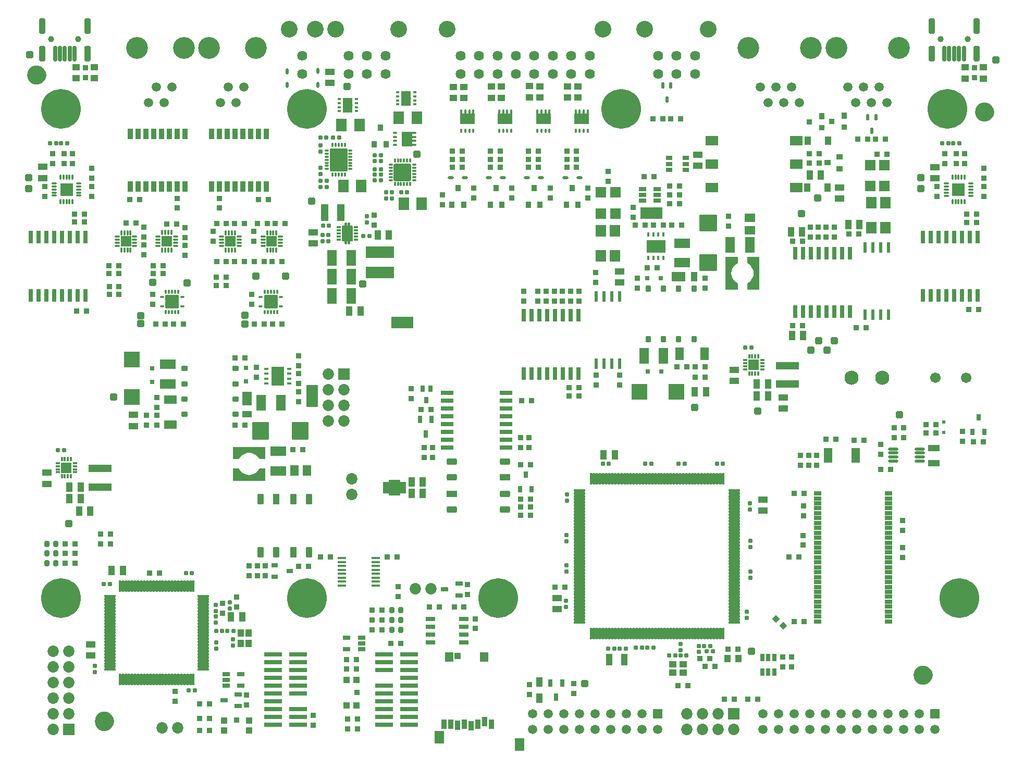
<source format=gts>
G04*
G04 #@! TF.GenerationSoftware,Altium Limited,Altium Designer,20.0.10 (225)*
G04*
G04 Layer_Color=8388736*
%FSLAX25Y25*%
%MOIN*%
G70*
G01*
G75*
G04:AMPARAMS|DCode=36|XSize=23.62mil|YSize=11.81mil|CornerRadius=1.95mil|HoleSize=0mil|Usage=FLASHONLY|Rotation=180.000|XOffset=0mil|YOffset=0mil|HoleType=Round|Shape=RoundedRectangle|*
%AMROUNDEDRECTD36*
21,1,0.02362,0.00791,0,0,180.0*
21,1,0.01972,0.01181,0,0,180.0*
1,1,0.00390,-0.00986,0.00396*
1,1,0.00390,0.00986,0.00396*
1,1,0.00390,0.00986,-0.00396*
1,1,0.00390,-0.00986,-0.00396*
%
%ADD36ROUNDEDRECTD36*%
G04:AMPARAMS|DCode=37|XSize=23.62mil|YSize=11.81mil|CornerRadius=1.95mil|HoleSize=0mil|Usage=FLASHONLY|Rotation=270.000|XOffset=0mil|YOffset=0mil|HoleType=Round|Shape=RoundedRectangle|*
%AMROUNDEDRECTD37*
21,1,0.02362,0.00791,0,0,270.0*
21,1,0.01972,0.01181,0,0,270.0*
1,1,0.00390,-0.00396,-0.00986*
1,1,0.00390,-0.00396,0.00986*
1,1,0.00390,0.00396,0.00986*
1,1,0.00390,0.00396,-0.00986*
%
%ADD37ROUNDEDRECTD37*%
%ADD47R,0.02362X0.07087*%
G04:AMPARAMS|DCode=84|XSize=67mil|YSize=41mil|CornerRadius=10.25mil|HoleSize=0mil|Usage=FLASHONLY|Rotation=270.000|XOffset=0mil|YOffset=0mil|HoleType=Round|Shape=RoundedRectangle|*
%AMROUNDEDRECTD84*
21,1,0.06700,0.02050,0,0,270.0*
21,1,0.04650,0.04100,0,0,270.0*
1,1,0.02050,-0.01025,-0.02325*
1,1,0.02050,-0.01025,0.02325*
1,1,0.02050,0.01025,0.02325*
1,1,0.02050,0.01025,-0.02325*
%
%ADD84ROUNDEDRECTD84*%
%ADD85R,0.04100X0.06700*%
%ADD86R,0.06700X0.04100*%
G04:AMPARAMS|DCode=87|XSize=67mil|YSize=41mil|CornerRadius=10.25mil|HoleSize=0mil|Usage=FLASHONLY|Rotation=0.000|XOffset=0mil|YOffset=0mil|HoleType=Round|Shape=RoundedRectangle|*
%AMROUNDEDRECTD87*
21,1,0.06700,0.02050,0,0,0.0*
21,1,0.04650,0.04100,0,0,0.0*
1,1,0.02050,0.02325,-0.01025*
1,1,0.02050,-0.02325,-0.01025*
1,1,0.02050,-0.02325,0.01025*
1,1,0.02050,0.02325,0.01025*
%
%ADD87ROUNDEDRECTD87*%
%ADD93O,0.05709X0.01575*%
%ADD121R,0.02362X0.01181*%
%ADD139C,0.10236*%
G04:AMPARAMS|DCode=140|XSize=69.88mil|YSize=96.46mil|CornerRadius=2.1mil|HoleSize=0mil|Usage=FLASHONLY|Rotation=0.000|XOffset=0mil|YOffset=0mil|HoleType=Round|Shape=RoundedRectangle|*
%AMROUNDEDRECTD140*
21,1,0.06988,0.09226,0,0,0.0*
21,1,0.06569,0.09646,0,0,0.0*
1,1,0.00419,0.03284,-0.04613*
1,1,0.00419,-0.03284,-0.04613*
1,1,0.00419,-0.03284,0.04613*
1,1,0.00419,0.03284,0.04613*
%
%ADD140ROUNDEDRECTD140*%
G04:AMPARAMS|DCode=141|XSize=69.88mil|YSize=96.46mil|CornerRadius=2.1mil|HoleSize=0mil|Usage=FLASHONLY|Rotation=90.000|XOffset=0mil|YOffset=0mil|HoleType=Round|Shape=RoundedRectangle|*
%AMROUNDEDRECTD141*
21,1,0.06988,0.09226,0,0,90.0*
21,1,0.06569,0.09646,0,0,90.0*
1,1,0.00419,0.04613,0.03284*
1,1,0.00419,0.04613,-0.03284*
1,1,0.00419,-0.04613,-0.03284*
1,1,0.00419,-0.04613,0.03284*
%
%ADD141ROUNDEDRECTD141*%
%ADD142R,0.01504X0.01181*%
%ADD143R,0.01181X0.01504*%
%ADD144R,0.05551X0.09646*%
%ADD145R,0.14627X0.07721*%
%ADD146R,0.48449X0.06786*%
%ADD147R,0.06786X0.48449*%
%ADD148R,0.85827X0.06892*%
%ADD149R,0.06892X0.85827*%
%ADD150R,0.03550X0.03550*%
G04:AMPARAMS|DCode=151|XSize=43.37mil|YSize=43.37mil|CornerRadius=5.94mil|HoleSize=0mil|Usage=FLASHONLY|Rotation=90.000|XOffset=0mil|YOffset=0mil|HoleType=Round|Shape=RoundedRectangle|*
%AMROUNDEDRECTD151*
21,1,0.04337,0.03150,0,0,90.0*
21,1,0.03150,0.04337,0,0,90.0*
1,1,0.01187,0.01575,0.01575*
1,1,0.01187,0.01575,-0.01575*
1,1,0.01187,-0.01575,-0.01575*
1,1,0.01187,-0.01575,0.01575*
%
%ADD151ROUNDEDRECTD151*%
%ADD152R,0.05912X0.03943*%
%ADD153R,0.02762X0.07880*%
%ADD154R,0.03943X0.05912*%
%ADD155R,0.03550X0.03550*%
%ADD156R,0.06699X0.06699*%
G04:AMPARAMS|DCode=157|XSize=23.68mil|YSize=25.65mil|CornerRadius=4.46mil|HoleSize=0mil|Usage=FLASHONLY|Rotation=90.000|XOffset=0mil|YOffset=0mil|HoleType=Round|Shape=RoundedRectangle|*
%AMROUNDEDRECTD157*
21,1,0.02368,0.01673,0,0,90.0*
21,1,0.01476,0.02565,0,0,90.0*
1,1,0.00892,0.00837,0.00738*
1,1,0.00892,0.00837,-0.00738*
1,1,0.00892,-0.00837,-0.00738*
1,1,0.00892,-0.00837,0.00738*
%
%ADD157ROUNDEDRECTD157*%
G04:AMPARAMS|DCode=158|XSize=19.75mil|YSize=37.47mil|CornerRadius=3.97mil|HoleSize=0mil|Usage=FLASHONLY|Rotation=0.000|XOffset=0mil|YOffset=0mil|HoleType=Round|Shape=RoundedRectangle|*
%AMROUNDEDRECTD158*
21,1,0.01975,0.02953,0,0,0.0*
21,1,0.01181,0.03747,0,0,0.0*
1,1,0.00794,0.00591,-0.01476*
1,1,0.00794,-0.00591,-0.01476*
1,1,0.00794,-0.00591,0.01476*
1,1,0.00794,0.00591,0.01476*
%
%ADD158ROUNDEDRECTD158*%
G04:AMPARAMS|DCode=159|XSize=98.49mil|YSize=23.68mil|CornerRadius=6.92mil|HoleSize=0mil|Usage=FLASHONLY|Rotation=90.000|XOffset=0mil|YOffset=0mil|HoleType=Round|Shape=RoundedRectangle|*
%AMROUNDEDRECTD159*
21,1,0.09849,0.00984,0,0,90.0*
21,1,0.08465,0.02368,0,0,90.0*
1,1,0.01384,0.00492,0.04232*
1,1,0.01384,0.00492,-0.04232*
1,1,0.01384,-0.00492,-0.04232*
1,1,0.01384,-0.00492,0.04232*
%
%ADD159ROUNDEDRECTD159*%
%ADD160R,0.07014X0.07014*%
%ADD161R,0.01345X0.02762*%
%ADD162R,0.02762X0.01345*%
G04:AMPARAMS|DCode=163|XSize=23.68mil|YSize=25.65mil|CornerRadius=4.46mil|HoleSize=0mil|Usage=FLASHONLY|Rotation=180.000|XOffset=0mil|YOffset=0mil|HoleType=Round|Shape=RoundedRectangle|*
%AMROUNDEDRECTD163*
21,1,0.02368,0.01673,0,0,180.0*
21,1,0.01476,0.02565,0,0,180.0*
1,1,0.00892,-0.00738,0.00837*
1,1,0.00892,0.00738,0.00837*
1,1,0.00892,0.00738,-0.00837*
1,1,0.00892,-0.00738,-0.00837*
%
%ADD163ROUNDEDRECTD163*%
%ADD164R,0.02368X0.02368*%
%ADD165O,0.06502X0.02172*%
%ADD166R,0.14967X0.04731*%
%ADD167R,0.05124X0.02565*%
%ADD168R,0.05912X0.10243*%
%ADD169R,0.02762X0.04731*%
G04:AMPARAMS|DCode=170|XSize=38.25mil|YSize=31.95mil|CornerRadius=3.96mil|HoleSize=0mil|Usage=FLASHONLY|Rotation=180.000|XOffset=0mil|YOffset=0mil|HoleType=Round|Shape=RoundedRectangle|*
%AMROUNDEDRECTD170*
21,1,0.03825,0.02404,0,0,180.0*
21,1,0.03034,0.03195,0,0,180.0*
1,1,0.00791,-0.01517,0.01202*
1,1,0.00791,0.01517,0.01202*
1,1,0.00791,0.01517,-0.01202*
1,1,0.00791,-0.01517,-0.01202*
%
%ADD170ROUNDEDRECTD170*%
G04:AMPARAMS|DCode=171|XSize=43.37mil|YSize=43.37mil|CornerRadius=5.94mil|HoleSize=0mil|Usage=FLASHONLY|Rotation=180.000|XOffset=0mil|YOffset=0mil|HoleType=Round|Shape=RoundedRectangle|*
%AMROUNDEDRECTD171*
21,1,0.04337,0.03150,0,0,180.0*
21,1,0.03150,0.04337,0,0,180.0*
1,1,0.01187,-0.01575,0.01575*
1,1,0.01187,0.01575,0.01575*
1,1,0.01187,0.01575,-0.01575*
1,1,0.01187,-0.01575,-0.01575*
%
%ADD171ROUNDEDRECTD171*%
G04:AMPARAMS|DCode=172|XSize=39.43mil|YSize=31.56mil|CornerRadius=8.89mil|HoleSize=0mil|Usage=FLASHONLY|Rotation=270.000|XOffset=0mil|YOffset=0mil|HoleType=Round|Shape=RoundedRectangle|*
%AMROUNDEDRECTD172*
21,1,0.03943,0.01378,0,0,270.0*
21,1,0.02165,0.03156,0,0,270.0*
1,1,0.01778,-0.00689,-0.01083*
1,1,0.01778,-0.00689,0.01083*
1,1,0.01778,0.00689,0.01083*
1,1,0.01778,0.00689,-0.01083*
%
%ADD172ROUNDEDRECTD172*%
%ADD173R,0.10243X0.05912*%
%ADD174R,0.05400X0.06700*%
%ADD175R,0.02368X0.02368*%
%ADD176R,0.04337X0.02762*%
%ADD177R,0.04731X0.02959*%
%ADD178R,0.13900X0.07400*%
%ADD179O,0.03550X0.01384*%
%ADD180O,0.01384X0.03550*%
%ADD181R,0.06896X0.06896*%
%ADD182R,0.04534X0.02762*%
%ADD183R,0.07880X0.05912*%
G04:AMPARAMS|DCode=184|XSize=13.45mil|YSize=27.62mil|CornerRadius=3.98mil|HoleSize=0mil|Usage=FLASHONLY|Rotation=270.000|XOffset=0mil|YOffset=0mil|HoleType=Round|Shape=RoundedRectangle|*
%AMROUNDEDRECTD184*
21,1,0.01345,0.01965,0,0,270.0*
21,1,0.00548,0.02762,0,0,270.0*
1,1,0.00797,-0.00983,-0.00274*
1,1,0.00797,-0.00983,0.00274*
1,1,0.00797,0.00983,0.00274*
1,1,0.00797,0.00983,-0.00274*
%
%ADD184ROUNDEDRECTD184*%
G04:AMPARAMS|DCode=185|XSize=13.45mil|YSize=27.62mil|CornerRadius=3.98mil|HoleSize=0mil|Usage=FLASHONLY|Rotation=0.000|XOffset=0mil|YOffset=0mil|HoleType=Round|Shape=RoundedRectangle|*
%AMROUNDEDRECTD185*
21,1,0.01345,0.01965,0,0,0.0*
21,1,0.00548,0.02762,0,0,0.0*
1,1,0.00797,0.00274,-0.00983*
1,1,0.00797,-0.00274,-0.00983*
1,1,0.00797,-0.00274,0.00983*
1,1,0.00797,0.00274,0.00983*
%
%ADD185ROUNDEDRECTD185*%
G04:AMPARAMS|DCode=186|XSize=84.71mil|YSize=84.71mil|CornerRadius=4.02mil|HoleSize=0mil|Usage=FLASHONLY|Rotation=0.000|XOffset=0mil|YOffset=0mil|HoleType=Round|Shape=RoundedRectangle|*
%AMROUNDEDRECTD186*
21,1,0.08471,0.07667,0,0,0.0*
21,1,0.07667,0.08471,0,0,0.0*
1,1,0.00804,0.03834,-0.03834*
1,1,0.00804,-0.03834,-0.03834*
1,1,0.00804,-0.03834,0.03834*
1,1,0.00804,0.03834,0.03834*
%
%ADD186ROUNDEDRECTD186*%
%ADD187R,0.08274X0.08274*%
%ADD188R,0.04731X0.03943*%
%ADD189R,0.06896X0.06896*%
%ADD190R,0.03392X0.06975*%
%ADD191R,0.06700X0.05400*%
G04:AMPARAMS|DCode=192|XSize=110.3mil|YSize=149.67mil|CornerRadius=4.13mil|HoleSize=0mil|Usage=FLASHONLY|Rotation=180.000|XOffset=0mil|YOffset=0mil|HoleType=Round|Shape=RoundedRectangle|*
%AMROUNDEDRECTD192*
21,1,0.11030,0.14142,0,0,180.0*
21,1,0.10205,0.14967,0,0,180.0*
1,1,0.00825,-0.05102,0.07071*
1,1,0.00825,0.05102,0.07071*
1,1,0.00825,0.05102,-0.07071*
1,1,0.00825,-0.05102,-0.07071*
%
%ADD192ROUNDEDRECTD192*%
%ADD193O,0.02762X0.01345*%
%ADD194O,0.01345X0.02762*%
%ADD195R,0.18100X0.07500*%
%ADD196R,0.02762X0.04534*%
%ADD197R,0.03254X0.04337*%
%ADD198R,0.07880X0.02762*%
G04:AMPARAMS|DCode=199|XSize=104.39mil|YSize=113.06mil|CornerRadius=4.51mil|HoleSize=0mil|Usage=FLASHONLY|Rotation=0.000|XOffset=0mil|YOffset=0mil|HoleType=Round|Shape=RoundedRectangle|*
%AMROUNDEDRECTD199*
21,1,0.10439,0.10404,0,0,0.0*
21,1,0.09537,0.11306,0,0,0.0*
1,1,0.00902,0.04769,-0.05202*
1,1,0.00902,-0.04769,-0.05202*
1,1,0.00902,-0.04769,0.05202*
1,1,0.00902,0.04769,0.05202*
%
%ADD199ROUNDEDRECTD199*%
%ADD200R,0.07093X0.07684*%
%ADD201R,0.06502X0.07880*%
%ADD202R,0.02762X0.04337*%
G04:AMPARAMS|DCode=203|XSize=68.96mil|YSize=98.49mil|CornerRadius=5.9mil|HoleSize=0mil|Usage=FLASHONLY|Rotation=180.000|XOffset=0mil|YOffset=0mil|HoleType=Round|Shape=RoundedRectangle|*
%AMROUNDEDRECTD203*
21,1,0.06896,0.08669,0,0,180.0*
21,1,0.05717,0.09849,0,0,180.0*
1,1,0.01180,-0.02858,0.04335*
1,1,0.01180,0.02858,0.04335*
1,1,0.01180,0.02858,-0.04335*
1,1,0.01180,-0.02858,-0.04335*
%
%ADD203ROUNDEDRECTD203*%
G04:AMPARAMS|DCode=204|XSize=29.62mil|YSize=15.84mil|CornerRadius=4.97mil|HoleSize=0mil|Usage=FLASHONLY|Rotation=180.000|XOffset=0mil|YOffset=0mil|HoleType=Round|Shape=RoundedRectangle|*
%AMROUNDEDRECTD204*
21,1,0.02962,0.00591,0,0,180.0*
21,1,0.01968,0.01584,0,0,180.0*
1,1,0.00994,-0.00984,0.00295*
1,1,0.00994,0.00984,0.00295*
1,1,0.00994,0.00984,-0.00295*
1,1,0.00994,-0.00984,-0.00295*
%
%ADD204ROUNDEDRECTD204*%
%ADD205R,0.11424X0.03156*%
%ADD206R,0.07299X0.10173*%
%ADD207R,0.03559X0.01787*%
G04:AMPARAMS|DCode=208|XSize=38.25mil|YSize=31.95mil|CornerRadius=3.96mil|HoleSize=0mil|Usage=FLASHONLY|Rotation=270.000|XOffset=0mil|YOffset=0mil|HoleType=Round|Shape=RoundedRectangle|*
%AMROUNDEDRECTD208*
21,1,0.03825,0.02404,0,0,270.0*
21,1,0.03034,0.03195,0,0,270.0*
1,1,0.00791,-0.01202,-0.01517*
1,1,0.00791,-0.01202,0.01517*
1,1,0.00791,0.01202,0.01517*
1,1,0.00791,0.01202,-0.01517*
%
%ADD208ROUNDEDRECTD208*%
G04:AMPARAMS|DCode=209|XSize=104.39mil|YSize=113.06mil|CornerRadius=4.51mil|HoleSize=0mil|Usage=FLASHONLY|Rotation=90.000|XOffset=0mil|YOffset=0mil|HoleType=Round|Shape=RoundedRectangle|*
%AMROUNDEDRECTD209*
21,1,0.10439,0.10404,0,0,90.0*
21,1,0.09537,0.11306,0,0,90.0*
1,1,0.00902,0.05202,0.04769*
1,1,0.00902,0.05202,-0.04769*
1,1,0.00902,-0.05202,-0.04769*
1,1,0.00902,-0.05202,0.04769*
%
%ADD209ROUNDEDRECTD209*%
%ADD210R,0.03707X0.03707*%
%ADD211R,0.03707X0.03943*%
%ADD212R,0.03983X0.05203*%
%ADD213R,0.03943X0.03550*%
%ADD214R,0.03156X0.03943*%
G04:AMPARAMS|DCode=215|XSize=110.3mil|YSize=110.3mil|CornerRadius=4.13mil|HoleSize=0mil|Usage=FLASHONLY|Rotation=270.000|XOffset=0mil|YOffset=0mil|HoleType=Round|Shape=RoundedRectangle|*
%AMROUNDEDRECTD215*
21,1,0.11030,0.10205,0,0,270.0*
21,1,0.10205,0.11030,0,0,270.0*
1,1,0.00825,-0.05102,-0.05102*
1,1,0.00825,-0.05102,0.05102*
1,1,0.00825,0.05102,0.05102*
1,1,0.00825,0.05102,-0.05102*
%
%ADD215ROUNDEDRECTD215*%
G04:AMPARAMS|DCode=216|XSize=13.45mil|YSize=27.62mil|CornerRadius=3.94mil|HoleSize=0mil|Usage=FLASHONLY|Rotation=270.000|XOffset=0mil|YOffset=0mil|HoleType=Round|Shape=RoundedRectangle|*
%AMROUNDEDRECTD216*
21,1,0.01345,0.01975,0,0,270.0*
21,1,0.00558,0.02762,0,0,270.0*
1,1,0.00787,-0.00987,-0.00279*
1,1,0.00787,-0.00987,0.00279*
1,1,0.00787,0.00987,0.00279*
1,1,0.00787,0.00987,-0.00279*
%
%ADD216ROUNDEDRECTD216*%
G04:AMPARAMS|DCode=217|XSize=13.45mil|YSize=27.62mil|CornerRadius=3.94mil|HoleSize=0mil|Usage=FLASHONLY|Rotation=0.000|XOffset=0mil|YOffset=0mil|HoleType=Round|Shape=RoundedRectangle|*
%AMROUNDEDRECTD217*
21,1,0.01345,0.01975,0,0,0.0*
21,1,0.00558,0.02762,0,0,0.0*
1,1,0.00787,0.00279,-0.00987*
1,1,0.00787,-0.00279,-0.00987*
1,1,0.00787,-0.00279,0.00987*
1,1,0.00787,0.00279,0.00987*
%
%ADD217ROUNDEDRECTD217*%
%ADD218R,0.07487X0.04337*%
%ADD219R,0.07400X0.13900*%
%ADD220P,0.05020X4X180.0*%
%ADD221R,0.04337X0.05912*%
%ADD222O,0.07487X0.01581*%
%ADD223O,0.01581X0.07487*%
%ADD224R,0.10046X0.10439*%
%ADD225R,0.07841X0.05282*%
%ADD226R,0.02762X0.02762*%
G04:AMPARAMS|DCode=227|XSize=15.81mil|YSize=27.62mil|CornerRadius=3.95mil|HoleSize=0mil|Usage=FLASHONLY|Rotation=270.000|XOffset=0mil|YOffset=0mil|HoleType=Round|Shape=RoundedRectangle|*
%AMROUNDEDRECTD227*
21,1,0.01581,0.01972,0,0,270.0*
21,1,0.00791,0.02762,0,0,270.0*
1,1,0.00790,-0.00986,-0.00396*
1,1,0.00790,-0.00986,0.00396*
1,1,0.00790,0.00986,0.00396*
1,1,0.00790,0.00986,-0.00396*
%
%ADD227ROUNDEDRECTD227*%
G04:AMPARAMS|DCode=228|XSize=122.11mil|YSize=81.95mil|CornerRadius=3.95mil|HoleSize=0mil|Usage=FLASHONLY|Rotation=270.000|XOffset=0mil|YOffset=0mil|HoleType=Round|Shape=RoundedRectangle|*
%AMROUNDEDRECTD228*
21,1,0.12211,0.07406,0,0,270.0*
21,1,0.11421,0.08195,0,0,270.0*
1,1,0.00790,-0.03703,-0.05711*
1,1,0.00790,-0.03703,0.05711*
1,1,0.00790,0.03703,0.05711*
1,1,0.00790,0.03703,-0.05711*
%
%ADD228ROUNDEDRECTD228*%
%ADD229R,0.05912X0.07880*%
%ADD230R,0.05518X0.05912*%
%ADD231R,0.04337X0.04140*%
%ADD232R,0.03550X0.06306*%
%ADD233R,0.03943X0.04337*%
%ADD234R,0.03550X0.03550*%
%ADD235R,0.06299X0.09449*%
%ADD236R,0.05282X0.07841*%
%ADD237R,0.02762X0.02762*%
%ADD238R,0.10439X0.10046*%
G04:AMPARAMS|DCode=239|XSize=15.81mil|YSize=27.62mil|CornerRadius=3.95mil|HoleSize=0mil|Usage=FLASHONLY|Rotation=0.000|XOffset=0mil|YOffset=0mil|HoleType=Round|Shape=RoundedRectangle|*
%AMROUNDEDRECTD239*
21,1,0.01581,0.01972,0,0,0.0*
21,1,0.00791,0.02762,0,0,0.0*
1,1,0.00790,0.00396,-0.00986*
1,1,0.00790,-0.00396,-0.00986*
1,1,0.00790,-0.00396,0.00986*
1,1,0.00790,0.00396,0.00986*
%
%ADD239ROUNDEDRECTD239*%
G04:AMPARAMS|DCode=240|XSize=122.11mil|YSize=81.95mil|CornerRadius=3.95mil|HoleSize=0mil|Usage=FLASHONLY|Rotation=0.000|XOffset=0mil|YOffset=0mil|HoleType=Round|Shape=RoundedRectangle|*
%AMROUNDEDRECTD240*
21,1,0.12211,0.07406,0,0,0.0*
21,1,0.11421,0.08195,0,0,0.0*
1,1,0.00790,0.05711,-0.03703*
1,1,0.00790,-0.05711,-0.03703*
1,1,0.00790,-0.05711,0.03703*
1,1,0.00790,0.05711,0.03703*
%
%ADD240ROUNDEDRECTD240*%
%ADD241R,0.05912X0.03943*%
%ADD242R,0.05912X0.09061*%
%ADD243R,0.03943X0.05912*%
%ADD244R,0.09061X0.05912*%
%ADD245R,0.04337X0.05124*%
%ADD246R,0.05124X0.04337*%
%ADD247R,0.04337X0.07487*%
%ADD248R,0.03943X0.04731*%
%ADD249R,0.04731X0.10636*%
%ADD250R,0.05518X0.01778*%
G04:AMPARAMS|DCode=251|XSize=27.62mil|YSize=63.06mil|CornerRadius=7.91mil|HoleSize=0mil|Usage=FLASHONLY|Rotation=90.000|XOffset=0mil|YOffset=0mil|HoleType=Round|Shape=RoundedRectangle|*
%AMROUNDEDRECTD251*
21,1,0.02762,0.04724,0,0,90.0*
21,1,0.01181,0.06306,0,0,90.0*
1,1,0.01581,0.02362,0.00591*
1,1,0.01581,0.02362,-0.00591*
1,1,0.01581,-0.02362,-0.00591*
1,1,0.01581,-0.02362,0.00591*
%
%ADD251ROUNDEDRECTD251*%
G04:AMPARAMS|DCode=252|XSize=21.72mil|YSize=37.47mil|CornerRadius=6.43mil|HoleSize=0mil|Usage=FLASHONLY|Rotation=0.000|XOffset=0mil|YOffset=0mil|HoleType=Round|Shape=RoundedRectangle|*
%AMROUNDEDRECTD252*
21,1,0.02172,0.02461,0,0,0.0*
21,1,0.00886,0.03747,0,0,0.0*
1,1,0.01286,0.00443,-0.01230*
1,1,0.01286,-0.00443,-0.01230*
1,1,0.01286,-0.00443,0.01230*
1,1,0.01286,0.00443,0.01230*
%
%ADD252ROUNDEDRECTD252*%
%ADD253R,0.04337X0.03943*%
%ADD254R,0.03550X0.03550*%
G04:AMPARAMS|DCode=255|XSize=21.72mil|YSize=37.47mil|CornerRadius=6.43mil|HoleSize=0mil|Usage=FLASHONLY|Rotation=90.000|XOffset=0mil|YOffset=0mil|HoleType=Round|Shape=RoundedRectangle|*
%AMROUNDEDRECTD255*
21,1,0.02172,0.02461,0,0,90.0*
21,1,0.00886,0.03747,0,0,90.0*
1,1,0.01286,0.01230,0.00443*
1,1,0.01286,0.01230,-0.00443*
1,1,0.01286,-0.01230,-0.00443*
1,1,0.01286,-0.01230,0.00443*
%
%ADD255ROUNDEDRECTD255*%
%ADD256C,0.03943*%
G04:AMPARAMS|DCode=257|XSize=100.46mil|YSize=39.43mil|CornerRadius=10.86mil|HoleSize=0mil|Usage=FLASHONLY|Rotation=90.000|XOffset=0mil|YOffset=0mil|HoleType=Round|Shape=RoundedRectangle|*
%AMROUNDEDRECTD257*
21,1,0.10046,0.01772,0,0,90.0*
21,1,0.07874,0.03943,0,0,90.0*
1,1,0.02172,0.00886,0.03937*
1,1,0.02172,0.00886,-0.03937*
1,1,0.02172,-0.00886,-0.03937*
1,1,0.02172,-0.00886,0.03937*
%
%ADD257ROUNDEDRECTD257*%
%ADD258C,0.07290*%
%ADD259R,0.07290X0.07290*%
%ADD260C,0.13976*%
%ADD261C,0.05912*%
%ADD262C,0.01968*%
%ADD263C,0.06400*%
%ADD264C,0.10669*%
%ADD265R,0.07290X0.07290*%
%ADD266C,0.25400*%
%ADD267C,0.03550*%
%ADD268R,0.05912X0.05912*%
%ADD269C,0.06699*%
%ADD270C,0.09061*%
%ADD271C,0.01772*%
G36*
X211990Y338532D02*
X212029D01*
X212038Y338531D01*
X212069Y338528D01*
X212106Y338516D01*
X212179Y338487D01*
X212213Y338468D01*
X212220Y338462D01*
X212244Y338443D01*
X212299Y338387D01*
Y338387D01*
X212299D01*
X212324Y338357D01*
X212343Y338322D01*
X212373Y338250D01*
X212377Y338235D01*
X212384Y338212D01*
X212388Y338173D01*
Y338134D01*
Y336563D01*
X213801D01*
X213809Y336562D01*
X213840Y336559D01*
X213878Y336548D01*
X213950Y336518D01*
X213985Y336499D01*
X213992Y336494D01*
X214016Y336474D01*
X214071Y336419D01*
Y336419D01*
X214071D01*
X214096Y336388D01*
X214114Y336354D01*
X214144Y336281D01*
X214149Y336267D01*
X214156Y336244D01*
X214160Y336205D01*
Y336165D01*
Y327110D01*
Y327071D01*
X214159Y327063D01*
X214156Y327032D01*
X214144Y326994D01*
X214114Y326922D01*
X214096Y326887D01*
X214090Y326881D01*
X214071Y326857D01*
X214016Y326801D01*
X213999Y326788D01*
X213985Y326776D01*
X213950Y326758D01*
X213878Y326728D01*
X213840Y326716D01*
X213801Y326712D01*
X212388D01*
Y325142D01*
Y325103D01*
X212387Y325094D01*
X212384Y325063D01*
X212373Y325026D01*
X212343Y324953D01*
X212324Y324919D01*
X212319Y324912D01*
X212299Y324888D01*
X212244Y324833D01*
X212227Y324819D01*
X212213Y324808D01*
X212179Y324789D01*
X212106Y324759D01*
X212069Y324748D01*
X212029Y324744D01*
X211361D01*
X211321Y324748D01*
X211284Y324759D01*
X211211Y324789D01*
X211176Y324808D01*
X211163Y324819D01*
X211146Y324833D01*
X211091Y324888D01*
X211077Y324905D01*
X211066Y324919D01*
X211047Y324953D01*
X211017Y325026D01*
Y325026D01*
Y325026D01*
X211017Y325026D01*
X211012Y325044D01*
X211006Y325063D01*
Y325063D01*
X211006Y325063D01*
X211004Y325083D01*
X211002Y325103D01*
X211002Y325142D01*
Y325142D01*
Y325142D01*
Y326712D01*
X210420D01*
Y325142D01*
Y325103D01*
X210419Y325094D01*
X210416Y325063D01*
X210404Y325026D01*
X210374Y324953D01*
X210356Y324919D01*
X210350Y324912D01*
X210331Y324888D01*
X210275Y324833D01*
X210259Y324819D01*
X210245Y324808D01*
X210210Y324789D01*
X210138Y324759D01*
X210100Y324748D01*
X210061Y324744D01*
X209392D01*
X209353Y324748D01*
X209315Y324759D01*
X209243Y324789D01*
X209208Y324808D01*
X209194Y324819D01*
X209177Y324833D01*
X209122Y324888D01*
X209108Y324905D01*
X209097Y324919D01*
X209079Y324953D01*
X209049Y325026D01*
X209037Y325063D01*
X209033Y325103D01*
Y325142D01*
Y326712D01*
X207620D01*
X207581Y326716D01*
X207543Y326728D01*
X207471Y326758D01*
X207436Y326776D01*
X207423Y326788D01*
X207406Y326801D01*
X207350Y326857D01*
X207337Y326873D01*
X207326Y326887D01*
X207307Y326922D01*
X207277Y326994D01*
X207265Y327032D01*
X207262Y327071D01*
Y327110D01*
Y336165D01*
Y336205D01*
X207265Y336244D01*
X207277Y336281D01*
X207307Y336354D01*
X207326Y336389D01*
X207337Y336402D01*
X207350Y336419D01*
X207406Y336474D01*
X207406D01*
Y336474D01*
X207436Y336499D01*
X207471Y336518D01*
X207543Y336548D01*
X207558Y336552D01*
X207581Y336559D01*
X207620Y336563D01*
X209033D01*
Y338134D01*
Y338173D01*
X209037Y338212D01*
X209049Y338250D01*
X209079Y338322D01*
X209097Y338357D01*
X209108Y338371D01*
X209122Y338387D01*
X209177Y338443D01*
X209177D01*
Y338443D01*
X209208Y338468D01*
X209243Y338487D01*
X209315Y338516D01*
X209332Y338521D01*
X209353Y338528D01*
X209353Y338528D01*
X209353D01*
X209365Y338529D01*
X209392Y338532D01*
X209431Y338532D01*
X209431D01*
X209431D01*
X210022D01*
X210022Y338532D01*
X210061D01*
X210069Y338531D01*
X210100Y338528D01*
X210138Y338516D01*
X210210Y338487D01*
X210245Y338468D01*
X210251Y338462D01*
X210275Y338443D01*
X210331Y338387D01*
Y338387D01*
X210331D01*
X210356Y338357D01*
X210374Y338322D01*
X210404Y338250D01*
X210409Y338235D01*
X210416Y338212D01*
X210420Y338173D01*
Y338134D01*
Y336563D01*
X211002D01*
Y338134D01*
X211002Y338134D01*
Y338173D01*
X211006Y338212D01*
X211017Y338250D01*
X211047Y338322D01*
X211066Y338357D01*
X211077Y338371D01*
X211091Y338387D01*
X211146Y338443D01*
X211146D01*
Y338443D01*
X211176Y338468D01*
X211211Y338487D01*
X211284Y338516D01*
X211300Y338521D01*
X211321Y338528D01*
X211321Y338528D01*
X211321D01*
X211333Y338529D01*
X211360Y338532D01*
X211400Y338532D01*
X211400D01*
X211400D01*
X211990D01*
X211990Y338532D01*
D02*
G37*
G36*
X474289Y295768D02*
X466415D01*
Y299744D01*
X467418Y300280D01*
X468498Y301166D01*
X469383Y302245D01*
X470041Y303476D01*
X470446Y304812D01*
X470583Y306201D01*
X470446Y307590D01*
X470041Y308926D01*
X469383Y310157D01*
X468498Y311236D01*
X467418Y312122D01*
X466415Y312658D01*
Y316634D01*
X474289D01*
Y295768D01*
D02*
G37*
G36*
X460509Y312658D02*
X459506Y312122D01*
X458427Y311236D01*
X457541Y310157D01*
X456883Y308926D01*
X456478Y307590D01*
X456341Y306201D01*
X456478Y304812D01*
X456883Y303476D01*
X457541Y302245D01*
X458427Y301166D01*
X459506Y300280D01*
X460509Y299744D01*
Y295768D01*
X452635D01*
Y316634D01*
X460509D01*
Y312658D01*
D02*
G37*
G36*
X158366Y187205D02*
X154390D01*
X153854Y188208D01*
X152968Y189287D01*
X151889Y190173D01*
X150658Y190831D01*
X149322Y191236D01*
X147933Y191373D01*
X146544Y191236D01*
X145208Y190831D01*
X143977Y190173D01*
X142898Y189287D01*
X142012Y188208D01*
X141476Y187205D01*
X137500D01*
Y195079D01*
X158366D01*
Y187205D01*
D02*
G37*
G36*
Y173425D02*
X137500D01*
Y181299D01*
X141476D01*
X142012Y180296D01*
X142898Y179217D01*
X143977Y178331D01*
X145208Y177673D01*
X146544Y177268D01*
X147933Y177131D01*
X149322Y177268D01*
X150658Y177673D01*
X151889Y178331D01*
X152968Y179217D01*
X153854Y180296D01*
X154390Y181299D01*
X158366D01*
Y173425D01*
D02*
G37*
D36*
X241368Y396021D02*
D03*
Y393462D02*
D03*
Y390903D02*
D03*
Y388344D02*
D03*
X253502Y396021D02*
D03*
Y393462D02*
D03*
Y390903D02*
D03*
Y388344D02*
D03*
D37*
X364469Y409645D02*
D03*
X361910D02*
D03*
X359350D02*
D03*
X356791D02*
D03*
X364469Y397512D02*
D03*
X361910D02*
D03*
X359350D02*
D03*
X356791D02*
D03*
X332325D02*
D03*
X334884D02*
D03*
X337443D02*
D03*
X340002D02*
D03*
X332325Y409645D02*
D03*
X334884D02*
D03*
X337443D02*
D03*
X340002D02*
D03*
X291283D02*
D03*
X288724D02*
D03*
X286165D02*
D03*
X283606D02*
D03*
X291283Y397512D02*
D03*
X288724D02*
D03*
X286165D02*
D03*
X283606D02*
D03*
X307866D02*
D03*
X310425D02*
D03*
X312984D02*
D03*
X315543D02*
D03*
X307866Y409645D02*
D03*
X310425D02*
D03*
X312984D02*
D03*
X315543D02*
D03*
D47*
X541719Y322572D02*
D03*
X546719D02*
D03*
X551719D02*
D03*
X556719D02*
D03*
Y279658D02*
D03*
X551719D02*
D03*
X546719D02*
D03*
X541719D02*
D03*
X370015Y291399D02*
D03*
X375015D02*
D03*
X380015D02*
D03*
X385015D02*
D03*
Y248486D02*
D03*
X380015D02*
D03*
X375015D02*
D03*
X370015D02*
D03*
D84*
X165329Y127536D02*
D03*
X155329D02*
D03*
Y161636D02*
D03*
X176057D02*
D03*
X186057D02*
D03*
Y127536D02*
D03*
D85*
X165329Y161636D02*
D03*
X176057Y127536D02*
D03*
D86*
X277613Y165020D02*
D03*
X311713Y175827D02*
D03*
D87*
X277613Y155020D02*
D03*
X311713D02*
D03*
Y165020D02*
D03*
X277613Y175827D02*
D03*
Y185827D02*
D03*
X311713D02*
D03*
D93*
X207382Y123930D02*
D03*
Y121430D02*
D03*
Y118930D02*
D03*
Y116430D02*
D03*
Y113930D02*
D03*
Y111430D02*
D03*
Y108930D02*
D03*
Y106430D02*
D03*
X228839D02*
D03*
Y108930D02*
D03*
Y111430D02*
D03*
Y113930D02*
D03*
Y116430D02*
D03*
Y118930D02*
D03*
Y121430D02*
D03*
Y123930D02*
D03*
D121*
X253756Y421908D02*
D03*
Y419349D02*
D03*
Y416790D02*
D03*
Y414231D02*
D03*
X242732D02*
D03*
Y416790D02*
D03*
Y419349D02*
D03*
Y421908D02*
D03*
X205521Y417619D02*
D03*
Y415060D02*
D03*
Y412500D02*
D03*
Y409941D02*
D03*
X216545D02*
D03*
Y412500D02*
D03*
Y415060D02*
D03*
Y417619D02*
D03*
D139*
X12795Y433071D02*
X12303Y433923D01*
X11319D01*
X10827Y433071D01*
X11319Y432219D01*
X12303D01*
X12795Y433071D01*
X619095Y409449D02*
X618602Y410301D01*
X617618D01*
X617126Y409449D01*
X617618Y408596D01*
X618602D01*
X619095Y409449D01*
X579724Y49213D02*
X579232Y50065D01*
X578248D01*
X577756Y49213D01*
X578248Y48360D01*
X579232D01*
X579724Y49213D01*
X56102Y19685D02*
X55610Y20537D01*
X54626D01*
X54134Y19685D01*
X54626Y18833D01*
X55610D01*
X56102Y19685D01*
D140*
X248758Y392182D02*
D03*
D141*
X360630Y404901D02*
D03*
X336163D02*
D03*
X287445D02*
D03*
X311705D02*
D03*
D142*
X252750Y396021D02*
D03*
Y393462D02*
D03*
Y390903D02*
D03*
Y388344D02*
D03*
D143*
X364468Y408893D02*
D03*
X361910Y408893D02*
D03*
X359350D02*
D03*
X356791D02*
D03*
X332325D02*
D03*
X334884D02*
D03*
X337443D02*
D03*
X340002Y408893D02*
D03*
X291283D02*
D03*
X288724Y408893D02*
D03*
X286165D02*
D03*
X283606D02*
D03*
X307865D02*
D03*
X310425Y408894D02*
D03*
X312984D02*
D03*
X315542Y408893D02*
D03*
D144*
X536004Y189784D02*
D03*
X518287D02*
D03*
D145*
X240778Y169068D02*
D03*
D146*
X88724Y46457D02*
D03*
X88776Y105935D02*
D03*
D147*
X59010Y76222D02*
D03*
X118490Y76170D02*
D03*
D148*
X408731Y75729D02*
D03*
X408770Y174537D02*
D03*
D149*
X359358Y125141D02*
D03*
X458154Y125113D02*
D03*
D150*
X188797Y16950D02*
D03*
X188797Y23250D02*
D03*
X506892Y335764D02*
D03*
Y329465D02*
D03*
X511959D02*
D03*
Y335764D02*
D03*
X517026D02*
D03*
Y329465D02*
D03*
X522092Y335764D02*
D03*
Y329465D02*
D03*
X377481Y371217D02*
D03*
X377481Y364917D02*
D03*
X551886Y190322D02*
D03*
Y196621D02*
D03*
X217244Y14712D02*
D03*
Y21011D02*
D03*
X210745D02*
D03*
Y14712D02*
D03*
X292642Y78880D02*
D03*
Y85180D02*
D03*
X86205Y292717D02*
D03*
X86204Y286417D02*
D03*
X152419Y239570D02*
D03*
Y245869D02*
D03*
X149428Y286320D02*
D03*
X149428Y292619D02*
D03*
X148031Y112598D02*
D03*
Y118898D02*
D03*
X153200Y112598D02*
D03*
Y118898D02*
D03*
X158292Y112599D02*
D03*
Y118899D02*
D03*
X146250Y29921D02*
D03*
Y36220D02*
D03*
X396320Y296752D02*
D03*
X396321Y303051D02*
D03*
X393602Y342028D02*
D03*
Y348327D02*
D03*
X369436Y300318D02*
D03*
X369436Y306617D02*
D03*
X587789Y355441D02*
D03*
X587789Y361741D02*
D03*
X592907Y376308D02*
D03*
X592907Y382607D02*
D03*
X611795Y437534D02*
D03*
X611795Y431235D02*
D03*
X17136Y355506D02*
D03*
X17136Y361805D02*
D03*
X43110Y437598D02*
D03*
X43110Y431299D02*
D03*
X22254Y382671D02*
D03*
X22254Y376372D02*
D03*
X128839Y347863D02*
D03*
X128839Y354162D02*
D03*
X101980Y354162D02*
D03*
X101980Y347863D02*
D03*
X80512Y324373D02*
D03*
X80512Y318073D02*
D03*
X80512Y335813D02*
D03*
X80512Y329514D02*
D03*
X106731Y335488D02*
D03*
X106731Y329189D02*
D03*
X106731Y317815D02*
D03*
X106731Y324114D02*
D03*
X271457Y350098D02*
D03*
Y356398D02*
D03*
X265059Y188299D02*
D03*
X265059Y194598D02*
D03*
X259941Y188299D02*
D03*
X259941Y194598D02*
D03*
X321654Y201083D02*
D03*
X321654Y194783D02*
D03*
X287547Y107046D02*
D03*
Y100747D02*
D03*
X124803Y332874D02*
D03*
Y326575D02*
D03*
X47156Y367022D02*
D03*
Y373321D02*
D03*
X454604Y336392D02*
D03*
X454604Y342691D02*
D03*
X439446Y296752D02*
D03*
Y303051D02*
D03*
X326772Y194783D02*
D03*
X326772Y201083D02*
D03*
X150886Y332874D02*
D03*
Y326575D02*
D03*
X243100Y99368D02*
D03*
X243100Y105667D02*
D03*
X179573Y230264D02*
D03*
X179573Y223965D02*
D03*
X355622Y37510D02*
D03*
Y43809D02*
D03*
X327382Y36561D02*
D03*
X327382Y42860D02*
D03*
X82382Y208948D02*
D03*
X82382Y215248D02*
D03*
X89025Y208970D02*
D03*
X89025Y215270D02*
D03*
X179573Y235570D02*
D03*
Y241869D02*
D03*
X89025Y220521D02*
D03*
Y226820D02*
D03*
X179573Y247185D02*
D03*
Y253485D02*
D03*
X228011Y337088D02*
D03*
X228011Y343387D02*
D03*
X323639Y294739D02*
D03*
X323639Y288440D02*
D03*
X358805Y288440D02*
D03*
X358805Y294739D02*
D03*
X337860Y294739D02*
D03*
Y288440D02*
D03*
X343096Y294739D02*
D03*
Y288440D02*
D03*
X348332Y294739D02*
D03*
Y288440D02*
D03*
X353569Y294739D02*
D03*
Y288440D02*
D03*
X332624D02*
D03*
Y294739D02*
D03*
X139842Y99029D02*
D03*
X139842Y92730D02*
D03*
X131037Y95085D02*
D03*
X131037Y88785D02*
D03*
X565791Y148117D02*
D03*
X565791Y141817D02*
D03*
X565791Y130666D02*
D03*
X565791Y124367D02*
D03*
X502263Y138516D02*
D03*
X502263Y132217D02*
D03*
X502600Y157416D02*
D03*
X502600Y151117D02*
D03*
X385015Y241074D02*
D03*
X385015Y234775D02*
D03*
X370015Y234838D02*
D03*
X370016Y241137D02*
D03*
X489285Y60611D02*
D03*
X489285Y54312D02*
D03*
X494910Y60611D02*
D03*
X494910Y54312D02*
D03*
X510967Y189725D02*
D03*
Y183426D02*
D03*
X500657Y189725D02*
D03*
Y183426D02*
D03*
X505850Y183426D02*
D03*
X505850Y189725D02*
D03*
X251476Y232367D02*
D03*
Y226068D02*
D03*
X315937Y360630D02*
D03*
Y354331D02*
D03*
X291579Y360630D02*
D03*
Y354331D02*
D03*
X47156Y355506D02*
D03*
Y361805D02*
D03*
X617809Y355441D02*
D03*
Y361741D02*
D03*
Y373256D02*
D03*
Y366957D02*
D03*
X34754Y376372D02*
D03*
Y382671D02*
D03*
X605407Y376308D02*
D03*
X605407Y382607D02*
D03*
X29653Y376372D02*
D03*
Y382671D02*
D03*
X600306Y376308D02*
D03*
X600306Y382607D02*
D03*
X340543Y360630D02*
D03*
Y354331D02*
D03*
X364469Y360630D02*
D03*
Y354331D02*
D03*
X100625Y38721D02*
D03*
Y32421D02*
D03*
X604371Y198622D02*
D03*
Y204921D02*
D03*
D151*
X108107Y300000D02*
D03*
X255344Y382382D02*
D03*
X432939Y220374D02*
D03*
X473351Y217900D02*
D03*
X61357Y227189D02*
D03*
X145335Y273820D02*
D03*
X145208Y279223D02*
D03*
X152342Y304335D02*
D03*
X171103Y304429D02*
D03*
X577486Y360234D02*
D03*
X501279Y344390D02*
D03*
X220618Y299325D02*
D03*
X6833Y360299D02*
D03*
X188000Y352419D02*
D03*
X362706Y43809D02*
D03*
X78682Y278937D02*
D03*
X86205Y300394D02*
D03*
X78703Y273966D02*
D03*
X522092Y263189D02*
D03*
X517520Y256988D02*
D03*
X512303Y263189D02*
D03*
X507092Y256988D02*
D03*
X210711Y425643D02*
D03*
X469120Y64242D02*
D03*
X32620Y145920D02*
D03*
D152*
X434795Y382028D02*
D03*
Y374941D02*
D03*
X385015Y300421D02*
D03*
Y307507D02*
D03*
X586608Y367056D02*
D03*
Y374142D02*
D03*
X15955Y374207D02*
D03*
Y367120D02*
D03*
X199644Y435064D02*
D03*
Y427977D02*
D03*
X525663Y360960D02*
D03*
Y353874D02*
D03*
X188835Y325423D02*
D03*
Y332509D02*
D03*
X18565Y171496D02*
D03*
Y178582D02*
D03*
X458247Y237285D02*
D03*
Y244371D02*
D03*
X73860Y208494D02*
D03*
Y215581D02*
D03*
X46500Y61546D02*
D03*
Y68632D02*
D03*
X344900Y91257D02*
D03*
Y98343D02*
D03*
X476504Y154325D02*
D03*
Y161411D02*
D03*
X489528Y219693D02*
D03*
Y226780D02*
D03*
D153*
X613838Y292035D02*
D03*
X608838D02*
D03*
X603838D02*
D03*
X598838D02*
D03*
X593838D02*
D03*
X588838D02*
D03*
X583838D02*
D03*
X578838D02*
D03*
Y329436D02*
D03*
X583838D02*
D03*
X588838D02*
D03*
X593838D02*
D03*
X598838D02*
D03*
X603838D02*
D03*
X608838D02*
D03*
X613838D02*
D03*
X497092Y319028D02*
D03*
X502092D02*
D03*
X507092D02*
D03*
X512092D02*
D03*
X517092D02*
D03*
X522092D02*
D03*
X527092D02*
D03*
X532092D02*
D03*
Y281627D02*
D03*
X527092D02*
D03*
X522092D02*
D03*
X517092D02*
D03*
X512092D02*
D03*
X507092D02*
D03*
X502092D02*
D03*
X497092D02*
D03*
X43185Y292099D02*
D03*
X38185D02*
D03*
X33185D02*
D03*
X28185D02*
D03*
X23185D02*
D03*
X18185D02*
D03*
X13185D02*
D03*
X8185D02*
D03*
Y329501D02*
D03*
X13185D02*
D03*
X18185D02*
D03*
X23185D02*
D03*
X28185D02*
D03*
X33185D02*
D03*
X38185D02*
D03*
X43185D02*
D03*
X358708Y279374D02*
D03*
X353708D02*
D03*
X348708D02*
D03*
X343708D02*
D03*
X338708D02*
D03*
X333708D02*
D03*
X328708D02*
D03*
X323708D02*
D03*
Y241973D02*
D03*
X328708D02*
D03*
X333708D02*
D03*
X338708D02*
D03*
X343708D02*
D03*
X348708D02*
D03*
X353708D02*
D03*
X358708D02*
D03*
D154*
X494449Y332828D02*
D03*
X501536D02*
D03*
X40072Y161929D02*
D03*
X32986D02*
D03*
X237290Y330738D02*
D03*
X230203D02*
D03*
X506561Y369047D02*
D03*
X513648D02*
D03*
X538287Y337500D02*
D03*
X531201D02*
D03*
X258827Y165236D02*
D03*
X251740D02*
D03*
Y172801D02*
D03*
X258827D02*
D03*
X212029Y281979D02*
D03*
X219115D02*
D03*
X32986Y169403D02*
D03*
X40072D02*
D03*
X472667Y227718D02*
D03*
X479754D02*
D03*
X472667Y235192D02*
D03*
X479754D02*
D03*
X502290Y266212D02*
D03*
X495204D02*
D03*
X143465Y86430D02*
D03*
X136378D02*
D03*
X67062Y115859D02*
D03*
X59975D02*
D03*
X381743Y190000D02*
D03*
X374657D02*
D03*
X440133Y230345D02*
D03*
X433046D02*
D03*
X46366Y153996D02*
D03*
X39280D02*
D03*
D155*
X495443Y326528D02*
D03*
X501742Y326528D02*
D03*
X416925Y350657D02*
D03*
X423224D02*
D03*
Y356386D02*
D03*
X416925D02*
D03*
X423224Y362091D02*
D03*
X416925D02*
D03*
X537894Y331197D02*
D03*
X531595Y331197D02*
D03*
X284183Y379135D02*
D03*
X277884Y379135D02*
D03*
X277884Y384252D02*
D03*
X284183D02*
D03*
X467045Y33847D02*
D03*
X473345Y33847D02*
D03*
X451950Y33600D02*
D03*
X458250Y33600D02*
D03*
X422333Y42235D02*
D03*
X428632Y42235D02*
D03*
X566715Y207276D02*
D03*
X560416D02*
D03*
X322244Y224705D02*
D03*
X328543D02*
D03*
X210345Y52861D02*
D03*
X216644D02*
D03*
Y59111D02*
D03*
X210345D02*
D03*
X226663Y90568D02*
D03*
X232963D02*
D03*
X86554Y305906D02*
D03*
X92853D02*
D03*
Y310989D02*
D03*
X86554D02*
D03*
X58366Y305906D02*
D03*
X64665D02*
D03*
Y310989D02*
D03*
X58366D02*
D03*
X199902Y124592D02*
D03*
X193602Y124592D02*
D03*
X122612Y13674D02*
D03*
X116313D02*
D03*
X122525Y21196D02*
D03*
X116225D02*
D03*
X116225Y30571D02*
D03*
X122525Y30571D02*
D03*
X423917Y405079D02*
D03*
X417618Y405079D02*
D03*
X406226D02*
D03*
X412525D02*
D03*
X400689Y368012D02*
D03*
X406988Y368012D02*
D03*
X424545Y336887D02*
D03*
X418245Y336887D02*
D03*
X406532D02*
D03*
X412831D02*
D03*
X401216D02*
D03*
X394916D02*
D03*
X88071Y273820D02*
D03*
X94370D02*
D03*
X105810D02*
D03*
X99510D02*
D03*
X64707Y292613D02*
D03*
X58408D02*
D03*
X64707Y297540D02*
D03*
X58408D02*
D03*
X126980Y303643D02*
D03*
X133280D02*
D03*
X133281Y298299D02*
D03*
X126982D02*
D03*
X606874Y338813D02*
D03*
X613173Y338813D02*
D03*
X614588Y283071D02*
D03*
X608289Y283071D02*
D03*
X606874Y343932D02*
D03*
X613173Y343932D02*
D03*
X36220Y343996D02*
D03*
X42520Y343996D02*
D03*
X153839Y353445D02*
D03*
X160138Y353445D02*
D03*
X138436Y337992D02*
D03*
X144735Y337992D02*
D03*
X127067Y313556D02*
D03*
X133366D02*
D03*
X144735D02*
D03*
X138436D02*
D03*
X71653Y353445D02*
D03*
X77953Y353445D02*
D03*
X69193Y338359D02*
D03*
X75492D02*
D03*
X101613Y337765D02*
D03*
X95314D02*
D03*
X159449Y337992D02*
D03*
X153150Y337992D02*
D03*
X179647Y118640D02*
D03*
X185946D02*
D03*
X175928Y193209D02*
D03*
X182227Y193209D02*
D03*
X138779Y209154D02*
D03*
X145079D02*
D03*
X170866Y337992D02*
D03*
X164567Y337992D02*
D03*
X138779Y252149D02*
D03*
X145079Y252149D02*
D03*
X495558Y272553D02*
D03*
X501857Y272553D02*
D03*
X162734Y273820D02*
D03*
X169033D02*
D03*
X321706Y161713D02*
D03*
X328005D02*
D03*
X548675Y391929D02*
D03*
X554974Y391929D02*
D03*
X328005Y151476D02*
D03*
X321706D02*
D03*
X543504Y391929D02*
D03*
X537205Y391929D02*
D03*
X236220Y124592D02*
D03*
X242520Y124592D02*
D03*
X321706Y156595D02*
D03*
X328005D02*
D03*
X549699Y382224D02*
D03*
X555998Y382224D02*
D03*
X133366Y337992D02*
D03*
X127067Y337992D02*
D03*
X506281Y376590D02*
D03*
X512580Y376590D02*
D03*
X506347Y382635D02*
D03*
X512647Y382635D02*
D03*
X358858Y227756D02*
D03*
X352559Y227756D02*
D03*
X36220Y338878D02*
D03*
X42520Y338878D02*
D03*
X157594Y273820D02*
D03*
X151294D02*
D03*
X151181Y313556D02*
D03*
X157480D02*
D03*
X162598D02*
D03*
X168898D02*
D03*
X587227Y203956D02*
D03*
X580928D02*
D03*
X587239Y209283D02*
D03*
X580940D02*
D03*
X284183Y374016D02*
D03*
X277884D02*
D03*
X566705Y201052D02*
D03*
X560406D02*
D03*
X263349Y92645D02*
D03*
X269648D02*
D03*
X427880Y246339D02*
D03*
X421581D02*
D03*
X439431Y246339D02*
D03*
X433131Y246339D02*
D03*
X433153Y239696D02*
D03*
X439453Y239696D02*
D03*
X402532Y309733D02*
D03*
X408831D02*
D03*
X542421Y271441D02*
D03*
X536122Y271441D02*
D03*
X358858Y232874D02*
D03*
X352559Y232874D02*
D03*
X59121Y139300D02*
D03*
X52821D02*
D03*
X52923Y133141D02*
D03*
X59223D02*
D03*
X502834Y165337D02*
D03*
X496535Y165337D02*
D03*
X502834Y83447D02*
D03*
X496535Y83447D02*
D03*
X499427Y124584D02*
D03*
X493128Y124584D02*
D03*
X279075Y92579D02*
D03*
X285374Y92579D02*
D03*
X326583Y379135D02*
D03*
X332882Y379135D02*
D03*
X302284Y379135D02*
D03*
X308583Y379135D02*
D03*
X351068Y379135D02*
D03*
X357368Y379135D02*
D03*
X43835Y282000D02*
D03*
X37535Y282000D02*
D03*
X238538Y69318D02*
D03*
X244838Y69318D02*
D03*
X442550Y59800D02*
D03*
X436250Y59800D02*
D03*
X439650Y54600D02*
D03*
X445950Y54600D02*
D03*
X460550Y65600D02*
D03*
X454250Y65600D02*
D03*
X517017Y199958D02*
D03*
X523316Y199958D02*
D03*
X534817Y199333D02*
D03*
X541117Y199333D02*
D03*
X558120Y180826D02*
D03*
X551820Y180826D02*
D03*
X332882Y384252D02*
D03*
X326583D02*
D03*
X308583D02*
D03*
X302284D02*
D03*
X357368D02*
D03*
X351068D02*
D03*
X357368Y374016D02*
D03*
X351068D02*
D03*
X326583D02*
D03*
X332882D02*
D03*
X257972Y218898D02*
D03*
X264272D02*
D03*
X302284Y374016D02*
D03*
X308583D02*
D03*
X321706Y183760D02*
D03*
X328005D02*
D03*
X30275Y120641D02*
D03*
X36575D02*
D03*
X30275Y126891D02*
D03*
X36575D02*
D03*
X90641Y114428D02*
D03*
X84341D02*
D03*
X611242Y198470D02*
D03*
X617541D02*
D03*
X232963Y78068D02*
D03*
X226663D02*
D03*
X232963Y84318D02*
D03*
X226663D02*
D03*
X349843Y105471D02*
D03*
X343544D02*
D03*
X36575Y133141D02*
D03*
X30275D02*
D03*
D156*
X372906Y357862D02*
D03*
X372906Y344476D02*
D03*
X382158Y344476D02*
D03*
X382158Y357862D02*
D03*
X545289Y375302D02*
D03*
Y361916D02*
D03*
X554128D02*
D03*
Y375302D02*
D03*
D157*
X193508Y384143D02*
D03*
X193508Y388080D02*
D03*
X350400Y92831D02*
D03*
X350400Y96768D02*
D03*
X126870Y69882D02*
D03*
X126870Y65945D02*
D03*
X197607Y365280D02*
D03*
X197608Y361343D02*
D03*
X193508Y373569D02*
D03*
X193508Y369632D02*
D03*
X223060Y342706D02*
D03*
X223061Y338769D02*
D03*
X193508Y361343D02*
D03*
X193508Y365280D02*
D03*
X239181Y354006D02*
D03*
X239181Y357943D02*
D03*
X235546Y354006D02*
D03*
X235546Y357943D02*
D03*
X198611Y330670D02*
D03*
X198611Y326733D02*
D03*
X195027Y330670D02*
D03*
X195027Y326733D02*
D03*
X423940Y68898D02*
D03*
X423940Y64961D02*
D03*
X135400Y95689D02*
D03*
X135400Y91752D02*
D03*
X126693Y89941D02*
D03*
X126693Y93878D02*
D03*
X49375Y55098D02*
D03*
X49375Y51161D02*
D03*
X126693Y82835D02*
D03*
X126693Y86772D02*
D03*
X350935Y119255D02*
D03*
X350936Y115318D02*
D03*
X350886Y138737D02*
D03*
X350887Y134800D02*
D03*
X351330Y164568D02*
D03*
X351330Y160632D02*
D03*
X468600Y131085D02*
D03*
X468600Y135022D02*
D03*
X468600Y111298D02*
D03*
X468600Y115235D02*
D03*
X468270Y159028D02*
D03*
X468270Y155091D02*
D03*
X466346Y85854D02*
D03*
X466346Y89791D02*
D03*
X435479Y63919D02*
D03*
X435478Y67856D02*
D03*
X137700Y71898D02*
D03*
X137700Y67961D02*
D03*
D158*
X417696Y426279D02*
D03*
X412578D02*
D03*
X415137Y417421D02*
D03*
X546161Y397244D02*
D03*
X543602Y406102D02*
D03*
X548721D02*
D03*
D159*
X592470Y446707D02*
D03*
X605069D02*
D03*
X595620D02*
D03*
X601919D02*
D03*
X598770D02*
D03*
X23720Y446709D02*
D03*
X36319D02*
D03*
X26870D02*
D03*
X33169D02*
D03*
X30020D02*
D03*
D160*
X470699Y247620D02*
D03*
X31017Y181830D02*
D03*
D161*
X473652Y242108D02*
D03*
X471683D02*
D03*
X469714D02*
D03*
X467746D02*
D03*
Y253131D02*
D03*
X469714D02*
D03*
X471683D02*
D03*
X473652D02*
D03*
X33970Y176318D02*
D03*
X32001D02*
D03*
X30033D02*
D03*
X28064D02*
D03*
Y187342D02*
D03*
X30033D02*
D03*
X32001D02*
D03*
X33970D02*
D03*
D162*
X465187Y244667D02*
D03*
Y246635D02*
D03*
Y248604D02*
D03*
Y250572D02*
D03*
X476211D02*
D03*
Y248604D02*
D03*
Y246635D02*
D03*
Y244667D02*
D03*
X25505Y178877D02*
D03*
Y180846D02*
D03*
Y182815D02*
D03*
Y184783D02*
D03*
X36529D02*
D03*
Y182815D02*
D03*
Y180846D02*
D03*
Y178877D02*
D03*
D163*
X406468Y66600D02*
D03*
X402531Y66600D02*
D03*
X399313Y66630D02*
D03*
X395376Y66630D02*
D03*
X25527Y193001D02*
D03*
X29464Y193001D02*
D03*
X591125Y389207D02*
D03*
X595062Y389207D02*
D03*
X602149Y389207D02*
D03*
X598212Y389207D02*
D03*
X31496Y389272D02*
D03*
X27559Y389272D02*
D03*
X20472Y389271D02*
D03*
X24409Y389272D02*
D03*
X193439Y392911D02*
D03*
X197376Y392912D02*
D03*
X245094Y357878D02*
D03*
X249031Y357878D02*
D03*
X228376Y381533D02*
D03*
X232313Y381533D02*
D03*
X228376Y378001D02*
D03*
X232313Y378001D02*
D03*
X232313Y372833D02*
D03*
X228376Y372833D02*
D03*
X228357Y369276D02*
D03*
X232294Y369276D02*
D03*
X228376Y365706D02*
D03*
X232313Y365706D02*
D03*
X220970Y330099D02*
D03*
X224907Y330099D02*
D03*
X198996Y336755D02*
D03*
X195059Y336755D02*
D03*
X469145Y258790D02*
D03*
X465208Y258790D02*
D03*
X130711Y77275D02*
D03*
X126774Y77275D02*
D03*
X109374Y39321D02*
D03*
X113311Y39321D02*
D03*
X111366Y114419D02*
D03*
X107429Y114419D02*
D03*
X54906Y107446D02*
D03*
X58843Y107446D02*
D03*
X444468Y64200D02*
D03*
X440531Y64200D02*
D03*
X378001Y184408D02*
D03*
X374064Y184408D02*
D03*
X405068Y184319D02*
D03*
X401131Y184319D02*
D03*
X426494Y184319D02*
D03*
X422557Y184319D02*
D03*
X451001Y184238D02*
D03*
X447064Y184238D02*
D03*
X438832Y67700D02*
D03*
X442768Y67700D02*
D03*
X133918Y77275D02*
D03*
X137855Y77275D02*
D03*
X205622Y392912D02*
D03*
X201685Y392911D02*
D03*
X384832Y65900D02*
D03*
X388769Y65900D02*
D03*
X377556Y65888D02*
D03*
X381493Y65888D02*
D03*
X423771Y61551D02*
D03*
X427708Y61551D02*
D03*
X416654Y61551D02*
D03*
X420591Y61551D02*
D03*
D164*
X592178Y210903D02*
D03*
Y204210D02*
D03*
X454309Y306201D02*
D03*
X472714D02*
D03*
D165*
X576928Y186118D02*
D03*
Y188677D02*
D03*
Y191236D02*
D03*
Y193795D02*
D03*
X559999Y186118D02*
D03*
X559999Y188677D02*
D03*
X559999Y191236D02*
D03*
X559999Y193795D02*
D03*
D166*
X492211Y235192D02*
D03*
Y247003D02*
D03*
X52529Y181214D02*
D03*
Y169403D02*
D03*
D167*
X511678Y165337D02*
D03*
Y159037D02*
D03*
Y162187D02*
D03*
Y149589D02*
D03*
Y155888D02*
D03*
Y152738D02*
D03*
Y140140D02*
D03*
Y143289D02*
D03*
Y146439D02*
D03*
Y130691D02*
D03*
Y136990D02*
D03*
Y133841D02*
D03*
X556954Y165337D02*
D03*
Y159037D02*
D03*
Y162187D02*
D03*
Y149589D02*
D03*
Y155888D02*
D03*
Y152738D02*
D03*
Y140140D02*
D03*
Y146439D02*
D03*
Y133841D02*
D03*
Y143289D02*
D03*
Y136990D02*
D03*
X511678Y108644D02*
D03*
Y111793D02*
D03*
Y102345D02*
D03*
Y105494D02*
D03*
Y124392D02*
D03*
Y127541D02*
D03*
Y114943D02*
D03*
Y121242D02*
D03*
Y118093D02*
D03*
Y96046D02*
D03*
Y99195D02*
D03*
Y89746D02*
D03*
Y92896D02*
D03*
Y83447D02*
D03*
Y86597D02*
D03*
X556954Y130691D02*
D03*
Y124392D02*
D03*
Y121242D02*
D03*
Y127541D02*
D03*
Y111793D02*
D03*
Y118093D02*
D03*
Y114943D02*
D03*
Y89746D02*
D03*
Y92896D02*
D03*
Y83447D02*
D03*
Y86597D02*
D03*
Y105494D02*
D03*
Y108644D02*
D03*
Y96046D02*
D03*
Y102345D02*
D03*
Y99195D02*
D03*
D168*
X200718Y291707D02*
D03*
X213316Y291707D02*
D03*
X468187Y324213D02*
D03*
X455588Y324213D02*
D03*
X213316Y316107D02*
D03*
X200718Y316107D02*
D03*
X168167Y223367D02*
D03*
X155568Y223367D02*
D03*
X412995Y253333D02*
D03*
X400396Y253333D02*
D03*
X200718Y303907D02*
D03*
X213316Y303907D02*
D03*
D169*
X480035Y50912D02*
D03*
X476295D02*
D03*
X483775D02*
D03*
Y60361D02*
D03*
X476295D02*
D03*
X480035D02*
D03*
D170*
X106590Y245323D02*
D03*
Y235520D02*
D03*
Y225717D02*
D03*
Y215914D02*
D03*
X139149Y245323D02*
D03*
Y235520D02*
D03*
Y225717D02*
D03*
Y215914D02*
D03*
D171*
X6833Y367421D02*
D03*
X577486Y367357D02*
D03*
X7620Y445876D02*
D03*
X511656Y354331D02*
D03*
X625492Y442618D02*
D03*
X563829Y215583D02*
D03*
D172*
X18607Y133141D02*
D03*
X24119D02*
D03*
Y126891D02*
D03*
X18607D02*
D03*
X24119Y120641D02*
D03*
X18607D02*
D03*
X239370Y84318D02*
D03*
X244882D02*
D03*
X239370Y78068D02*
D03*
X244882D02*
D03*
X239370Y90568D02*
D03*
X244882D02*
D03*
D173*
X166535Y179626D02*
D03*
X166535Y192224D02*
D03*
X96019Y248005D02*
D03*
X96019Y235406D02*
D03*
X425034Y312882D02*
D03*
X425034Y325481D02*
D03*
D174*
X176807Y179921D02*
D03*
X184807D02*
D03*
D175*
X147933Y175000D02*
D03*
Y193405D02*
D03*
D176*
X164272Y119488D02*
D03*
Y112008D02*
D03*
X173721Y115748D02*
D03*
X427349Y372392D02*
D03*
Y376132D02*
D03*
Y379873D02*
D03*
X416522D02*
D03*
Y376132D02*
D03*
Y372392D02*
D03*
D177*
X399445Y360156D02*
D03*
Y356416D02*
D03*
Y352675D02*
D03*
X408894D02*
D03*
Y356416D02*
D03*
Y360156D02*
D03*
X210345Y65703D02*
D03*
Y73184D02*
D03*
X219793D02*
D03*
Y69443D02*
D03*
Y65703D02*
D03*
X142618Y49705D02*
D03*
Y42224D02*
D03*
X133169D02*
D03*
Y45965D02*
D03*
Y49705D02*
D03*
D178*
X245817Y274705D02*
D03*
X405118Y344685D02*
D03*
D179*
X141535Y323622D02*
D03*
Y325590D02*
D03*
Y327559D02*
D03*
Y329528D02*
D03*
X130315D02*
D03*
Y327559D02*
D03*
Y325590D02*
D03*
Y323622D02*
D03*
X609587Y355805D02*
D03*
Y357774D02*
D03*
Y359742D02*
D03*
Y361711D02*
D03*
Y363679D02*
D03*
X593839D02*
D03*
Y361711D02*
D03*
Y359742D02*
D03*
Y357774D02*
D03*
Y355805D02*
D03*
X38934Y355870D02*
D03*
Y357838D02*
D03*
Y359807D02*
D03*
Y361775D02*
D03*
Y363744D02*
D03*
X23186D02*
D03*
Y361775D02*
D03*
Y359807D02*
D03*
Y357838D02*
D03*
Y355870D02*
D03*
X167985Y323622D02*
D03*
Y325590D02*
D03*
Y327559D02*
D03*
Y329528D02*
D03*
X156764D02*
D03*
Y327559D02*
D03*
Y325590D02*
D03*
Y323622D02*
D03*
X100924Y323652D02*
D03*
Y325621D02*
D03*
Y327589D02*
D03*
Y329558D02*
D03*
X89704D02*
D03*
Y327589D02*
D03*
Y325621D02*
D03*
Y323652D02*
D03*
X74705Y323622D02*
D03*
Y325591D02*
D03*
Y327559D02*
D03*
Y329528D02*
D03*
X63484D02*
D03*
Y327559D02*
D03*
Y325591D02*
D03*
Y323622D02*
D03*
D180*
X138878Y332185D02*
D03*
X136909D02*
D03*
X134941D02*
D03*
X132972D02*
D03*
Y320965D02*
D03*
X134941D02*
D03*
X136909D02*
D03*
X138878D02*
D03*
X605650Y367616D02*
D03*
X603681D02*
D03*
X601713D02*
D03*
X599744D02*
D03*
X597776D02*
D03*
Y351868D02*
D03*
X599744D02*
D03*
X601713D02*
D03*
X603681D02*
D03*
X605650D02*
D03*
X34997Y367681D02*
D03*
X33028D02*
D03*
X31060D02*
D03*
X29091D02*
D03*
X27123D02*
D03*
Y351933D02*
D03*
X29091D02*
D03*
X31060D02*
D03*
X33028D02*
D03*
X34997D02*
D03*
X165327Y332185D02*
D03*
X163359D02*
D03*
X161390D02*
D03*
X159422D02*
D03*
Y320965D02*
D03*
X161390D02*
D03*
X163359D02*
D03*
X165327D02*
D03*
X92361Y320995D02*
D03*
X94330D02*
D03*
X96298D02*
D03*
X98267D02*
D03*
Y332215D02*
D03*
X96298D02*
D03*
X94330D02*
D03*
X92361D02*
D03*
X66142Y320965D02*
D03*
X68110D02*
D03*
X70079D02*
D03*
X72047D02*
D03*
Y332185D02*
D03*
X70079D02*
D03*
X68110D02*
D03*
X66142D02*
D03*
D181*
X135925Y326575D02*
D03*
X162374D02*
D03*
D182*
X131722Y33071D02*
D03*
X140778Y29331D02*
D03*
Y36811D02*
D03*
X273019Y103896D02*
D03*
X282075Y100156D02*
D03*
Y107637D02*
D03*
D183*
X497832Y391132D02*
D03*
Y376132D02*
D03*
Y361133D02*
D03*
X443737D02*
D03*
Y376132D02*
D03*
Y391132D02*
D03*
D184*
X92149Y284981D02*
D03*
Y290886D02*
D03*
X105142D02*
D03*
Y284981D02*
D03*
X168365D02*
D03*
Y290886D02*
D03*
X155373D02*
D03*
Y284981D02*
D03*
D185*
X94709Y294430D02*
D03*
X96677D02*
D03*
X98646D02*
D03*
X100614D02*
D03*
X102583D02*
D03*
Y281438D02*
D03*
X100614D02*
D03*
X98646D02*
D03*
X96677D02*
D03*
X94709D02*
D03*
X157933D02*
D03*
X159901D02*
D03*
X161870D02*
D03*
X163838D02*
D03*
X165807D02*
D03*
Y294430D02*
D03*
X163838D02*
D03*
X161870D02*
D03*
X159901D02*
D03*
X157933D02*
D03*
D186*
X98646Y287933D02*
D03*
X161870D02*
D03*
D187*
X601713Y359742D02*
D03*
X31060Y359807D02*
D03*
D188*
X48962Y430905D02*
D03*
Y437992D02*
D03*
X37295D02*
D03*
Y430905D02*
D03*
X617646Y430841D02*
D03*
Y437928D02*
D03*
X285059Y425505D02*
D03*
Y418419D02*
D03*
X605979Y430841D02*
D03*
Y437928D02*
D03*
X278573Y425505D02*
D03*
Y418419D02*
D03*
X358169Y418701D02*
D03*
Y425787D02*
D03*
X351659Y425848D02*
D03*
Y418762D02*
D03*
X309358Y418521D02*
D03*
Y425607D02*
D03*
X302973D02*
D03*
Y418521D02*
D03*
X333747Y418712D02*
D03*
Y425799D02*
D03*
X327272Y425943D02*
D03*
Y418857D02*
D03*
D189*
X95314Y326605D02*
D03*
X69094Y326575D02*
D03*
D190*
X106980Y361722D02*
D03*
X101980D02*
D03*
X96980D02*
D03*
X91980D02*
D03*
X86980D02*
D03*
X81980D02*
D03*
X76980D02*
D03*
X71980D02*
D03*
Y395304D02*
D03*
X76980D02*
D03*
X81980D02*
D03*
X86980D02*
D03*
X91980D02*
D03*
X96980D02*
D03*
X101980D02*
D03*
X106980D02*
D03*
X158839Y361623D02*
D03*
X153839D02*
D03*
X148839D02*
D03*
X143839D02*
D03*
X138839D02*
D03*
X133839D02*
D03*
X128839D02*
D03*
X123839D02*
D03*
Y395206D02*
D03*
X128839D02*
D03*
X133839D02*
D03*
X138839D02*
D03*
X143839D02*
D03*
X148839D02*
D03*
X153839D02*
D03*
X158838D02*
D03*
D191*
X468088Y333795D02*
D03*
Y341795D02*
D03*
D192*
X205127Y378806D02*
D03*
D193*
X212608Y372901D02*
D03*
Y374869D02*
D03*
Y376837D02*
D03*
Y378806D02*
D03*
Y380774D02*
D03*
Y382743D02*
D03*
Y384712D02*
D03*
X197647D02*
D03*
Y382743D02*
D03*
Y380774D02*
D03*
Y378806D02*
D03*
Y376837D02*
D03*
Y374869D02*
D03*
Y372901D02*
D03*
D194*
X209064Y388255D02*
D03*
X207096D02*
D03*
X205127D02*
D03*
X203159D02*
D03*
X201190D02*
D03*
Y369357D02*
D03*
X203159D02*
D03*
X205127D02*
D03*
X207096D02*
D03*
X209064D02*
D03*
D195*
X231511Y319738D02*
D03*
Y306738D02*
D03*
D196*
X264665Y212542D02*
D03*
X257185D02*
D03*
X260925Y203487D02*
D03*
X344361Y34890D02*
D03*
X340621Y43945D02*
D03*
X348101D02*
D03*
D197*
X281428Y360778D02*
D03*
X277687Y350148D02*
D03*
X285168D02*
D03*
X305827Y360778D02*
D03*
X302087Y350148D02*
D03*
X309567D02*
D03*
X330126Y360778D02*
D03*
X326386Y350148D02*
D03*
X333866D02*
D03*
X354626Y360778D02*
D03*
X350886Y350148D02*
D03*
X358366D02*
D03*
X231722Y399473D02*
D03*
X227982Y388843D02*
D03*
X235462D02*
D03*
D198*
X312106Y194587D02*
D03*
Y199587D02*
D03*
Y204587D02*
D03*
Y209587D02*
D03*
Y214587D02*
D03*
Y219587D02*
D03*
Y224587D02*
D03*
Y229587D02*
D03*
X274705D02*
D03*
Y224587D02*
D03*
Y219587D02*
D03*
Y214587D02*
D03*
Y209587D02*
D03*
Y204587D02*
D03*
Y199587D02*
D03*
Y194587D02*
D03*
D199*
X180678Y205403D02*
D03*
X155324D02*
D03*
D200*
X554921Y351378D02*
D03*
X545866D02*
D03*
Y335433D02*
D03*
X554921D02*
D03*
X381988Y317323D02*
D03*
X372933D02*
D03*
Y333268D02*
D03*
X381988D02*
D03*
D201*
X219715Y362012D02*
D03*
X208100D02*
D03*
X255151Y405586D02*
D03*
X243537D02*
D03*
X206800Y400916D02*
D03*
X218415D02*
D03*
X258382Y350833D02*
D03*
X246768D02*
D03*
D202*
X324856Y177461D02*
D03*
X321115Y168012D02*
D03*
X328596D02*
D03*
X614391Y213995D02*
D03*
X610651Y204546D02*
D03*
X618131D02*
D03*
D203*
X210711Y331638D02*
D03*
D204*
X205199Y327701D02*
D03*
Y329669D02*
D03*
Y331638D02*
D03*
Y333606D02*
D03*
Y335575D02*
D03*
X216223D02*
D03*
Y333606D02*
D03*
Y331638D02*
D03*
Y329669D02*
D03*
Y327701D02*
D03*
D205*
X179272Y17441D02*
D03*
Y22441D02*
D03*
Y27441D02*
D03*
Y37441D02*
D03*
Y42441D02*
D03*
Y47441D02*
D03*
Y52441D02*
D03*
Y57441D02*
D03*
Y62441D02*
D03*
X163248Y17441D02*
D03*
Y22441D02*
D03*
Y27441D02*
D03*
Y32441D02*
D03*
Y37441D02*
D03*
Y42441D02*
D03*
Y47441D02*
D03*
Y52441D02*
D03*
Y57441D02*
D03*
Y62441D02*
D03*
X234114Y62443D02*
D03*
Y57443D02*
D03*
Y52443D02*
D03*
Y42443D02*
D03*
Y37443D02*
D03*
Y32443D02*
D03*
Y27443D02*
D03*
Y22443D02*
D03*
Y17443D02*
D03*
X250138Y62443D02*
D03*
Y57443D02*
D03*
Y52443D02*
D03*
Y47443D02*
D03*
Y42443D02*
D03*
Y37443D02*
D03*
Y32443D02*
D03*
Y27443D02*
D03*
Y22443D02*
D03*
Y17443D02*
D03*
D206*
X240792Y169087D02*
D03*
D207*
X235280Y172039D02*
D03*
Y170071D02*
D03*
Y168102D02*
D03*
Y166134D02*
D03*
X246304Y172039D02*
D03*
Y170071D02*
D03*
Y168102D02*
D03*
Y166134D02*
D03*
D208*
X403078Y263904D02*
D03*
X412881D02*
D03*
X422684D02*
D03*
X432487D02*
D03*
X403078Y296463D02*
D03*
X412881D02*
D03*
X422684D02*
D03*
X432487D02*
D03*
D209*
X441415Y313012D02*
D03*
Y338366D02*
D03*
D210*
X528445Y399547D02*
D03*
X520571Y403248D02*
D03*
X514173Y399449D02*
D03*
X506299Y403150D02*
D03*
D211*
X528445Y406949D02*
D03*
X514173Y406850D02*
D03*
D212*
X518093Y391132D02*
D03*
X505219D02*
D03*
X517922Y361133D02*
D03*
X505048D02*
D03*
D213*
X517789Y376909D02*
D03*
X525663Y380650D02*
D03*
Y373169D02*
D03*
D214*
X261319Y224949D02*
D03*
X258760Y232430D02*
D03*
X263878D02*
D03*
D215*
X246013Y370733D02*
D03*
D216*
X253494Y375654D02*
D03*
Y373686D02*
D03*
Y371717D02*
D03*
Y369749D02*
D03*
Y367780D02*
D03*
Y365812D02*
D03*
X238533D02*
D03*
Y367780D02*
D03*
Y369749D02*
D03*
Y371717D02*
D03*
Y373686D02*
D03*
Y375654D02*
D03*
D217*
X250935Y363252D02*
D03*
X248966D02*
D03*
X246998D02*
D03*
X245029D02*
D03*
X243061D02*
D03*
X241092D02*
D03*
Y378213D02*
D03*
X243061D02*
D03*
X245029D02*
D03*
X246998D02*
D03*
X248966D02*
D03*
X250935D02*
D03*
D218*
X585945Y194517D02*
D03*
X585945Y184675D02*
D03*
D219*
X188092Y227784D02*
D03*
D220*
X489423Y80583D02*
D03*
X484969Y85037D02*
D03*
D221*
X333622Y34430D02*
D03*
Y44666D02*
D03*
D222*
X59026Y58479D02*
D03*
Y62416D02*
D03*
Y60448D02*
D03*
Y52574D02*
D03*
Y56511D02*
D03*
Y54542D02*
D03*
Y68322D02*
D03*
Y66353D02*
D03*
Y70290D02*
D03*
Y64385D02*
D03*
Y80133D02*
D03*
Y84070D02*
D03*
Y82102D02*
D03*
Y74227D02*
D03*
Y72259D02*
D03*
Y78164D02*
D03*
Y76196D02*
D03*
Y95881D02*
D03*
Y93913D02*
D03*
Y99818D02*
D03*
Y97850D02*
D03*
Y88007D02*
D03*
Y86039D02*
D03*
Y91944D02*
D03*
Y89976D02*
D03*
X118474Y54542D02*
D03*
Y52574D02*
D03*
Y56511D02*
D03*
Y60448D02*
D03*
Y58479D02*
D03*
Y62416D02*
D03*
Y66353D02*
D03*
Y64385D02*
D03*
Y70290D02*
D03*
Y68322D02*
D03*
Y80133D02*
D03*
Y84070D02*
D03*
Y82102D02*
D03*
Y74227D02*
D03*
Y72259D02*
D03*
Y78164D02*
D03*
Y76196D02*
D03*
Y95881D02*
D03*
Y93913D02*
D03*
Y99818D02*
D03*
Y97850D02*
D03*
Y88007D02*
D03*
Y86039D02*
D03*
Y91944D02*
D03*
Y89976D02*
D03*
X458159Y82810D02*
D03*
Y84778D02*
D03*
Y86747D02*
D03*
Y88715D02*
D03*
Y90684D02*
D03*
Y92652D02*
D03*
Y94621D02*
D03*
Y96589D02*
D03*
Y98558D02*
D03*
Y100527D02*
D03*
Y102495D02*
D03*
Y104464D02*
D03*
Y106432D02*
D03*
Y108401D02*
D03*
Y110369D02*
D03*
Y112338D02*
D03*
Y114306D02*
D03*
Y116275D02*
D03*
Y118243D02*
D03*
Y120212D02*
D03*
Y122180D02*
D03*
Y124149D02*
D03*
Y126117D02*
D03*
Y128086D02*
D03*
Y130054D02*
D03*
Y132023D02*
D03*
Y133991D02*
D03*
Y135960D02*
D03*
Y137928D02*
D03*
Y139897D02*
D03*
Y141865D02*
D03*
Y143834D02*
D03*
Y145802D02*
D03*
Y147771D02*
D03*
Y149739D02*
D03*
Y151708D02*
D03*
Y153676D02*
D03*
Y155645D02*
D03*
Y157613D02*
D03*
Y159582D02*
D03*
Y161550D02*
D03*
Y163519D02*
D03*
Y165487D02*
D03*
Y167456D02*
D03*
X359341D02*
D03*
Y165487D02*
D03*
Y163519D02*
D03*
Y161550D02*
D03*
Y159582D02*
D03*
Y157613D02*
D03*
Y155645D02*
D03*
Y153676D02*
D03*
Y151708D02*
D03*
Y149739D02*
D03*
Y147771D02*
D03*
Y145802D02*
D03*
Y143834D02*
D03*
Y141865D02*
D03*
Y139897D02*
D03*
Y137928D02*
D03*
Y135960D02*
D03*
Y133991D02*
D03*
Y132023D02*
D03*
Y130054D02*
D03*
Y128086D02*
D03*
Y126117D02*
D03*
Y124149D02*
D03*
Y122180D02*
D03*
Y120212D02*
D03*
Y118243D02*
D03*
Y116275D02*
D03*
Y114306D02*
D03*
Y112338D02*
D03*
Y110369D02*
D03*
Y108401D02*
D03*
Y106432D02*
D03*
Y104464D02*
D03*
Y102495D02*
D03*
Y100527D02*
D03*
Y98558D02*
D03*
Y96589D02*
D03*
Y94621D02*
D03*
Y92652D02*
D03*
Y90684D02*
D03*
Y88715D02*
D03*
Y86747D02*
D03*
Y84778D02*
D03*
Y82810D02*
D03*
D223*
X65128Y46472D02*
D03*
X67096D02*
D03*
X74970D02*
D03*
X76939D02*
D03*
X69065D02*
D03*
X73002D02*
D03*
X71033D02*
D03*
X78907D02*
D03*
X84813D02*
D03*
X86782D02*
D03*
X80876D02*
D03*
X82844D02*
D03*
X65128Y105920D02*
D03*
X73002D02*
D03*
X74970D02*
D03*
X67096D02*
D03*
X71033D02*
D03*
X76939D02*
D03*
X78907D02*
D03*
X69065D02*
D03*
X84813D02*
D03*
X86782D02*
D03*
X80876D02*
D03*
X82844D02*
D03*
X92687Y46472D02*
D03*
X88750D02*
D03*
X90719D02*
D03*
X98593D02*
D03*
X100561D02*
D03*
X94656D02*
D03*
X96624D02*
D03*
X106467D02*
D03*
X102530D02*
D03*
X104498D02*
D03*
X110404D02*
D03*
X112372D02*
D03*
X108435D02*
D03*
X88750Y105920D02*
D03*
X94656D02*
D03*
X96624D02*
D03*
X90719D02*
D03*
X92687D02*
D03*
X102530D02*
D03*
X104498D02*
D03*
X98593D02*
D03*
X100561D02*
D03*
X110404D02*
D03*
X112372D02*
D03*
X106467D02*
D03*
X108435D02*
D03*
X366427Y75723D02*
D03*
X368396D02*
D03*
X370364D02*
D03*
X372333D02*
D03*
X374301D02*
D03*
X376270D02*
D03*
X378238D02*
D03*
X380207D02*
D03*
X382175D02*
D03*
X384144D02*
D03*
X386112D02*
D03*
X388081D02*
D03*
X390049D02*
D03*
X392018D02*
D03*
X393986D02*
D03*
X395955D02*
D03*
X397923D02*
D03*
X399892D02*
D03*
X401860D02*
D03*
X403829D02*
D03*
X405797D02*
D03*
X407766D02*
D03*
X409734D02*
D03*
X411703D02*
D03*
X413671D02*
D03*
X415640D02*
D03*
X417608D02*
D03*
X419577D02*
D03*
X421545D02*
D03*
X423514D02*
D03*
X425482D02*
D03*
X427451D02*
D03*
X429419D02*
D03*
X431388D02*
D03*
X433356D02*
D03*
X435325D02*
D03*
X437293D02*
D03*
X439262D02*
D03*
X441230D02*
D03*
X443199D02*
D03*
X445167D02*
D03*
X447136D02*
D03*
X449104D02*
D03*
X451073D02*
D03*
Y174542D02*
D03*
X449104D02*
D03*
X447136D02*
D03*
X445167D02*
D03*
X443199D02*
D03*
X441230D02*
D03*
X439262D02*
D03*
X437293D02*
D03*
X435325D02*
D03*
X433356D02*
D03*
X431388D02*
D03*
X429419D02*
D03*
X427451D02*
D03*
X425482D02*
D03*
X423514D02*
D03*
X421545D02*
D03*
X419577D02*
D03*
X417608D02*
D03*
X415640D02*
D03*
X413671D02*
D03*
X411703D02*
D03*
X409734D02*
D03*
X407766D02*
D03*
X405797D02*
D03*
X403829D02*
D03*
X401860D02*
D03*
X399892D02*
D03*
X397923D02*
D03*
X395955D02*
D03*
X393986D02*
D03*
X392018D02*
D03*
X390049D02*
D03*
X388081D02*
D03*
X386112D02*
D03*
X384144D02*
D03*
X382175D02*
D03*
X380207D02*
D03*
X378238D02*
D03*
X376270D02*
D03*
X374301D02*
D03*
X372333D02*
D03*
X370364D02*
D03*
X368396D02*
D03*
X366427D02*
D03*
D224*
X73031Y227189D02*
D03*
Y251008D02*
D03*
D225*
X97479Y209280D02*
D03*
Y225343D02*
D03*
D226*
X86010Y245450D02*
D03*
Y236788D02*
D03*
X145775Y245841D02*
D03*
Y237179D02*
D03*
D227*
X173679Y245054D02*
D03*
Y241904D02*
D03*
Y238754D02*
D03*
Y235605D02*
D03*
X158718D02*
D03*
Y238754D02*
D03*
Y241904D02*
D03*
Y245054D02*
D03*
D228*
X166198Y240329D02*
D03*
D229*
X321028Y4687D02*
D03*
X269453Y9411D02*
D03*
D230*
X298193Y60593D02*
D03*
X275752D02*
D03*
D231*
X281225Y61478D02*
D03*
D232*
X285555Y17837D02*
D03*
X281225Y17049D02*
D03*
X276894Y17837D02*
D03*
X272563D02*
D03*
X289886Y16754D02*
D03*
X294217Y17837D02*
D03*
X298547Y19411D02*
D03*
X302878Y17837D02*
D03*
D233*
X147871Y13674D02*
D03*
X131729D02*
D03*
X147871Y19974D02*
D03*
X131729D02*
D03*
D234*
X139800Y20367D02*
D03*
D235*
X248244Y418070D02*
D03*
X211033Y413780D02*
D03*
D236*
X439121Y254793D02*
D03*
X423058D02*
D03*
D237*
X402951Y243324D02*
D03*
X411613D02*
D03*
X402560Y303089D02*
D03*
X411222D02*
D03*
D238*
X421212Y230345D02*
D03*
X397393D02*
D03*
D239*
X403347Y330993D02*
D03*
X406497D02*
D03*
X409647D02*
D03*
X412796D02*
D03*
Y316032D02*
D03*
X409647D02*
D03*
X406497D02*
D03*
X403347D02*
D03*
D240*
X408072Y323512D02*
D03*
D241*
X146614Y215934D02*
D03*
D242*
Y225974D02*
D03*
D243*
X432466Y303928D02*
D03*
D244*
X422427D02*
D03*
D245*
X142414Y69465D02*
D03*
Y76158D02*
D03*
X147532Y69465D02*
D03*
Y76158D02*
D03*
D246*
X418994Y55879D02*
D03*
X425687D02*
D03*
X418994Y50761D02*
D03*
X425687D02*
D03*
D247*
X378101Y59032D02*
D03*
X387943D02*
D03*
D248*
X461043Y59800D02*
D03*
X453957D02*
D03*
D249*
X196190Y344962D02*
D03*
X206426D02*
D03*
D250*
X518295Y193710D02*
D03*
X518295Y191742D02*
D03*
Y189773D02*
D03*
Y187805D02*
D03*
X536012Y187804D02*
D03*
Y189773D02*
D03*
X536012Y191742D02*
D03*
X536012Y193710D02*
D03*
X518295Y185836D02*
D03*
X536012Y185836D02*
D03*
D251*
X285255Y85034D02*
D03*
Y75034D02*
D03*
Y80034D02*
D03*
Y70034D02*
D03*
X263995Y75034D02*
D03*
Y85034D02*
D03*
Y80034D02*
D03*
Y70034D02*
D03*
D252*
X191800Y426739D02*
D03*
Y435598D02*
D03*
X172259Y426610D02*
D03*
Y435468D02*
D03*
D253*
X210344Y29790D02*
D03*
Y45932D02*
D03*
X216644Y29790D02*
D03*
Y45932D02*
D03*
D254*
X217037Y37861D02*
D03*
D255*
X350364Y367355D02*
D03*
X359222D02*
D03*
X276903D02*
D03*
X285761D02*
D03*
X325602D02*
D03*
X334460D02*
D03*
X301303D02*
D03*
X310161D02*
D03*
D256*
X590108Y455861D02*
D03*
X607431D02*
D03*
X21358Y455862D02*
D03*
X38681D02*
D03*
D257*
X584400Y446707D02*
D03*
Y464424D02*
D03*
X613140D02*
D03*
Y446707D02*
D03*
X15650Y446709D02*
D03*
Y464425D02*
D03*
X44390D02*
D03*
Y446709D02*
D03*
D258*
X457913Y14370D02*
D03*
X427913Y24370D02*
D03*
X437913D02*
D03*
X447913D02*
D03*
Y14370D02*
D03*
X437913D02*
D03*
X427913D02*
D03*
X92243Y15376D02*
D03*
X102243D02*
D03*
X32500Y64370D02*
D03*
Y44370D02*
D03*
Y54370D02*
D03*
X22500D02*
D03*
Y64370D02*
D03*
X32500Y34370D02*
D03*
X22500D02*
D03*
X32500Y24370D02*
D03*
X22500Y14370D02*
D03*
Y44370D02*
D03*
Y24370D02*
D03*
X208611Y211839D02*
D03*
X198611D02*
D03*
Y241839D02*
D03*
Y231839D02*
D03*
X208611D02*
D03*
Y221839D02*
D03*
X198611D02*
D03*
X254125Y104192D02*
D03*
X264125D02*
D03*
X213433Y174767D02*
D03*
Y164767D02*
D03*
D259*
X457913Y24370D02*
D03*
D260*
X76100Y450400D02*
D03*
X106100D02*
D03*
X563400D02*
D03*
X523400D02*
D03*
X467366Y450402D02*
D03*
X507366D02*
D03*
X122137D02*
D03*
X152137D02*
D03*
D261*
X83600Y415400D02*
D03*
X88600Y425400D02*
D03*
X93600Y415400D02*
D03*
X98600Y425400D02*
D03*
X530900D02*
D03*
X535900Y415400D02*
D03*
X555900D02*
D03*
X550900Y425400D02*
D03*
X545900Y415400D02*
D03*
X540900Y425400D02*
D03*
X484866Y425402D02*
D03*
X489866Y415402D02*
D03*
X494866Y425402D02*
D03*
X499866Y415402D02*
D03*
X479866D02*
D03*
X474866Y425402D02*
D03*
X129637Y415402D02*
D03*
X134637Y425402D02*
D03*
X139637Y415402D02*
D03*
X144637Y425402D02*
D03*
X399331Y24370D02*
D03*
X379331D02*
D03*
X409331Y14370D02*
D03*
X389331Y24370D02*
D03*
X359331D02*
D03*
X369331D02*
D03*
X349331D02*
D03*
X339331Y14370D02*
D03*
Y24370D02*
D03*
X399331Y14370D02*
D03*
X389331D02*
D03*
X359331D02*
D03*
X349331D02*
D03*
X379331D02*
D03*
X369331D02*
D03*
X329331Y24370D02*
D03*
Y14370D02*
D03*
X496504Y14370D02*
D03*
X506504D02*
D03*
X476504D02*
D03*
X486504D02*
D03*
X476504Y24370D02*
D03*
X486504D02*
D03*
X496504D02*
D03*
X506504D02*
D03*
X546504Y14370D02*
D03*
X556504D02*
D03*
X526504D02*
D03*
X536504D02*
D03*
X566504D02*
D03*
X576504D02*
D03*
X516504Y24370D02*
D03*
Y14370D02*
D03*
X526504Y24370D02*
D03*
X546504D02*
D03*
X536504D02*
D03*
X566504D02*
D03*
X586504Y14370D02*
D03*
X556504Y24370D02*
D03*
X576504D02*
D03*
D262*
X248244Y414330D02*
D03*
Y421810D02*
D03*
X250409Y418070D02*
D03*
X246079D02*
D03*
X208867Y413780D02*
D03*
X213198D02*
D03*
X211033Y417520D02*
D03*
Y410040D02*
D03*
X205127Y378806D02*
D03*
Y375656D02*
D03*
Y372507D02*
D03*
X209458Y378806D02*
D03*
X205127Y381956D02*
D03*
Y385105D02*
D03*
X200797Y378806D02*
D03*
X208447Y331638D02*
D03*
X212974D02*
D03*
X210711Y327898D02*
D03*
Y335378D02*
D03*
X246013Y370733D02*
D03*
X250344D02*
D03*
X246013Y375063D02*
D03*
X241683Y370733D02*
D03*
X246013Y366402D02*
D03*
D263*
X409489Y433622D02*
D03*
X421300D02*
D03*
X433111D02*
D03*
Y445433D02*
D03*
X421300D02*
D03*
X409489D02*
D03*
X283124Y445441D02*
D03*
X294935D02*
D03*
X306746D02*
D03*
X342179D02*
D03*
X330368D02*
D03*
X365801D02*
D03*
X283124Y433642D02*
D03*
X294935D02*
D03*
X306746D02*
D03*
X342179D02*
D03*
X330368D02*
D03*
X365801D02*
D03*
X318557Y445441D02*
D03*
X353990D02*
D03*
X318557Y433642D02*
D03*
X353990D02*
D03*
X211565Y433622D02*
D03*
X223376D02*
D03*
X235187D02*
D03*
Y445433D02*
D03*
X223376D02*
D03*
X211565D02*
D03*
X181890Y433622D02*
D03*
Y445433D02*
D03*
D264*
X401024Y462441D02*
D03*
X441576D02*
D03*
X274659Y462449D02*
D03*
X374265D02*
D03*
X203100Y462441D02*
D03*
X243651D02*
D03*
X190355Y462441D02*
D03*
X173425D02*
D03*
D265*
X32500Y14370D02*
D03*
X208611Y241839D02*
D03*
D266*
X594488Y411417D02*
D03*
X385827Y411417D02*
D03*
X185039D02*
D03*
X27559Y411417D02*
D03*
Y98425D02*
D03*
X185039D02*
D03*
X307087D02*
D03*
X602362D02*
D03*
D267*
X594488Y420866D02*
D03*
X586305Y416142D02*
D03*
Y406693D02*
D03*
X594488Y401968D02*
D03*
X602671Y406693D02*
D03*
Y416142D02*
D03*
X394010Y416142D02*
D03*
Y406693D02*
D03*
X385827Y401968D02*
D03*
X377644Y406693D02*
D03*
Y416142D02*
D03*
X385827Y420866D02*
D03*
X185039D02*
D03*
X176856Y416142D02*
D03*
Y406693D02*
D03*
X185039Y401968D02*
D03*
X193222Y406693D02*
D03*
Y416142D02*
D03*
X35742Y416142D02*
D03*
Y406693D02*
D03*
X27559Y401968D02*
D03*
X19376Y406693D02*
D03*
Y416142D02*
D03*
X27559Y420866D02*
D03*
Y107874D02*
D03*
X19376Y103149D02*
D03*
Y93701D02*
D03*
X27559Y88976D02*
D03*
X35742Y93701D02*
D03*
Y103149D02*
D03*
X193222D02*
D03*
Y93701D02*
D03*
X185039Y88976D02*
D03*
X176856Y93701D02*
D03*
Y103149D02*
D03*
X185039Y107874D02*
D03*
X307087D02*
D03*
X298904Y103149D02*
D03*
Y93701D02*
D03*
X307087Y88976D02*
D03*
X315270Y93701D02*
D03*
Y103149D02*
D03*
X610545D02*
D03*
Y93701D02*
D03*
X602362Y88976D02*
D03*
X594179Y93701D02*
D03*
Y103149D02*
D03*
X602362Y107874D02*
D03*
D268*
X409331Y24370D02*
D03*
X586504Y24370D02*
D03*
D269*
X606712Y239514D02*
D03*
X587027D02*
D03*
D270*
X533057D02*
D03*
X552742D02*
D03*
D271*
X246651Y392182D02*
D03*
X250214D02*
D03*
X248435Y396021D02*
D03*
Y388344D02*
D03*
X364469Y404578D02*
D03*
X356791D02*
D03*
X360630Y406358D02*
D03*
Y402795D02*
D03*
X336163D02*
D03*
Y406358D02*
D03*
X332325Y404578D02*
D03*
X340002D02*
D03*
X291283D02*
D03*
X283606D02*
D03*
X287445Y406358D02*
D03*
Y402795D02*
D03*
X311705D02*
D03*
Y406358D02*
D03*
X307866Y404578D02*
D03*
X315543D02*
D03*
M02*

</source>
